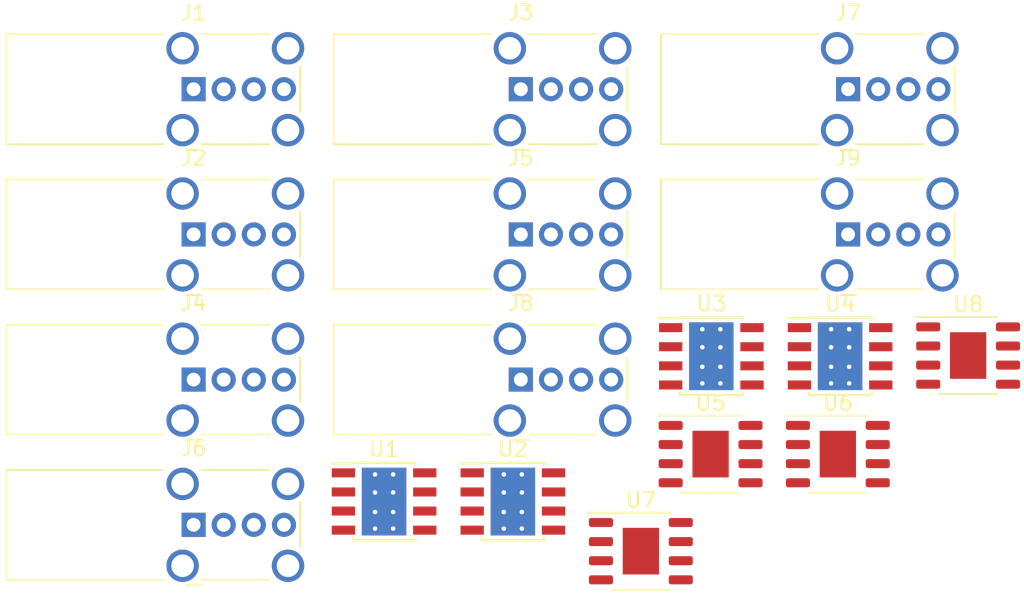
<source format=kicad_pcb>
(kicad_pcb (version 20171130) (host pcbnew "(5.1.9-0-10_14)")

  (general
    (thickness 1.6)
    (drawings 0)
    (tracks 0)
    (zones 0)
    (modules 17)
    (nets 114)
  )

  (page A4)
  (layers
    (0 F.Cu signal)
    (31 B.Cu signal)
    (32 B.Adhes user)
    (33 F.Adhes user)
    (34 B.Paste user)
    (35 F.Paste user)
    (36 B.SilkS user)
    (37 F.SilkS user)
    (38 B.Mask user)
    (39 F.Mask user)
    (40 Dwgs.User user)
    (41 Cmts.User user)
    (42 Eco1.User user)
    (43 Eco2.User user)
    (44 Edge.Cuts user)
    (45 Margin user)
    (46 B.CrtYd user)
    (47 F.CrtYd user)
    (48 B.Fab user)
    (49 F.Fab user)
  )

  (setup
    (last_trace_width 0.25)
    (trace_clearance 0.2)
    (zone_clearance 0.508)
    (zone_45_only no)
    (trace_min 0.2)
    (via_size 0.8)
    (via_drill 0.4)
    (via_min_size 0.4)
    (via_min_drill 0.3)
    (uvia_size 0.3)
    (uvia_drill 0.1)
    (uvias_allowed no)
    (uvia_min_size 0.2)
    (uvia_min_drill 0.1)
    (edge_width 0.05)
    (segment_width 0.2)
    (pcb_text_width 0.3)
    (pcb_text_size 1.5 1.5)
    (mod_edge_width 0.12)
    (mod_text_size 1 1)
    (mod_text_width 0.15)
    (pad_size 1.524 1.524)
    (pad_drill 0.762)
    (pad_to_mask_clearance 0)
    (aux_axis_origin 0 0)
    (visible_elements FFFFFF7F)
    (pcbplotparams
      (layerselection 0x010fc_ffffffff)
      (usegerberextensions false)
      (usegerberattributes true)
      (usegerberadvancedattributes true)
      (creategerberjobfile true)
      (excludeedgelayer true)
      (linewidth 0.100000)
      (plotframeref false)
      (viasonmask false)
      (mode 1)
      (useauxorigin false)
      (hpglpennumber 1)
      (hpglpenspeed 20)
      (hpglpendiameter 15.000000)
      (psnegative false)
      (psa4output false)
      (plotreference true)
      (plotvalue true)
      (plotinvisibletext false)
      (padsonsilk false)
      (subtractmaskfromsilk false)
      (outputformat 1)
      (mirror false)
      (drillshape 1)
      (scaleselection 1)
      (outputdirectory ""))
  )

  (net 0 "")
  (net 1 "Net-(J1-Pad5)")
  (net 2 "Net-(J1-Pad1)")
  (net 3 "Net-(J1-Pad2)")
  (net 4 "Net-(J1-Pad3)")
  (net 5 "Net-(J1-Pad4)")
  (net 6 "Net-(J2-Pad5)")
  (net 7 "Net-(J2-Pad1)")
  (net 8 "Net-(J2-Pad2)")
  (net 9 "Net-(J2-Pad3)")
  (net 10 "Net-(J2-Pad4)")
  (net 11 "Net-(J3-Pad5)")
  (net 12 "Net-(J3-Pad1)")
  (net 13 "Net-(J3-Pad2)")
  (net 14 "Net-(J3-Pad3)")
  (net 15 "Net-(J3-Pad4)")
  (net 16 "Net-(J4-Pad5)")
  (net 17 "Net-(J4-Pad1)")
  (net 18 "Net-(J4-Pad2)")
  (net 19 "Net-(J4-Pad3)")
  (net 20 "Net-(J4-Pad4)")
  (net 21 "Net-(J5-Pad5)")
  (net 22 "Net-(J5-Pad1)")
  (net 23 "Net-(J5-Pad2)")
  (net 24 "Net-(J5-Pad3)")
  (net 25 "Net-(J5-Pad4)")
  (net 26 "Net-(J6-Pad5)")
  (net 27 "Net-(J6-Pad1)")
  (net 28 "Net-(J6-Pad2)")
  (net 29 "Net-(J6-Pad3)")
  (net 30 "Net-(J6-Pad4)")
  (net 31 "Net-(J7-Pad5)")
  (net 32 "Net-(J7-Pad1)")
  (net 33 "Net-(J7-Pad2)")
  (net 34 "Net-(J7-Pad3)")
  (net 35 "Net-(J7-Pad4)")
  (net 36 "Net-(J8-Pad5)")
  (net 37 "Net-(J8-Pad1)")
  (net 38 "Net-(J8-Pad2)")
  (net 39 "Net-(J8-Pad3)")
  (net 40 "Net-(J8-Pad4)")
  (net 41 "Net-(J9-Pad5)")
  (net 42 "Net-(J9-Pad1)")
  (net 43 "Net-(J9-Pad2)")
  (net 44 "Net-(J9-Pad3)")
  (net 45 "Net-(J9-Pad4)")
  (net 46 "Net-(U1-Pad9)")
  (net 47 "Net-(U1-Pad8)")
  (net 48 "Net-(U1-Pad7)")
  (net 49 "Net-(U1-Pad6)")
  (net 50 "Net-(U1-Pad5)")
  (net 51 "Net-(U1-Pad4)")
  (net 52 "Net-(U1-Pad3)")
  (net 53 "Net-(U1-Pad2)")
  (net 54 "Net-(U1-Pad1)")
  (net 55 "Net-(U2-Pad9)")
  (net 56 "Net-(U2-Pad8)")
  (net 57 "Net-(U2-Pad7)")
  (net 58 "Net-(U2-Pad6)")
  (net 59 "Net-(U2-Pad5)")
  (net 60 "Net-(U2-Pad4)")
  (net 61 "Net-(U2-Pad3)")
  (net 62 "Net-(U2-Pad2)")
  (net 63 "Net-(U2-Pad1)")
  (net 64 "Net-(U3-Pad9)")
  (net 65 "Net-(U3-Pad8)")
  (net 66 "Net-(U3-Pad7)")
  (net 67 "Net-(U3-Pad6)")
  (net 68 "Net-(U3-Pad5)")
  (net 69 "Net-(U3-Pad4)")
  (net 70 "Net-(U3-Pad3)")
  (net 71 "Net-(U3-Pad2)")
  (net 72 "Net-(U3-Pad1)")
  (net 73 "Net-(U4-Pad9)")
  (net 74 "Net-(U4-Pad8)")
  (net 75 "Net-(U4-Pad7)")
  (net 76 "Net-(U4-Pad6)")
  (net 77 "Net-(U4-Pad5)")
  (net 78 "Net-(U4-Pad4)")
  (net 79 "Net-(U4-Pad3)")
  (net 80 "Net-(U4-Pad2)")
  (net 81 "Net-(U4-Pad1)")
  (net 82 "Net-(U5-Pad8)")
  (net 83 "Net-(U5-Pad7)")
  (net 84 "Net-(U5-Pad6)")
  (net 85 "Net-(U5-Pad5)")
  (net 86 "Net-(U5-Pad4)")
  (net 87 "Net-(U5-Pad3)")
  (net 88 "Net-(U5-Pad2)")
  (net 89 "Net-(U5-Pad1)")
  (net 90 "Net-(U6-Pad8)")
  (net 91 "Net-(U6-Pad7)")
  (net 92 "Net-(U6-Pad6)")
  (net 93 "Net-(U6-Pad5)")
  (net 94 "Net-(U6-Pad4)")
  (net 95 "Net-(U6-Pad3)")
  (net 96 "Net-(U6-Pad2)")
  (net 97 "Net-(U6-Pad1)")
  (net 98 "Net-(U7-Pad8)")
  (net 99 "Net-(U7-Pad7)")
  (net 100 "Net-(U7-Pad6)")
  (net 101 "Net-(U7-Pad5)")
  (net 102 "Net-(U7-Pad4)")
  (net 103 "Net-(U7-Pad3)")
  (net 104 "Net-(U7-Pad2)")
  (net 105 "Net-(U7-Pad1)")
  (net 106 "Net-(U8-Pad8)")
  (net 107 "Net-(U8-Pad7)")
  (net 108 "Net-(U8-Pad6)")
  (net 109 "Net-(U8-Pad5)")
  (net 110 "Net-(U8-Pad4)")
  (net 111 "Net-(U8-Pad3)")
  (net 112 "Net-(U8-Pad2)")
  (net 113 "Net-(U8-Pad1)")

  (net_class Default "This is the default net class."
    (clearance 0.2)
    (trace_width 0.25)
    (via_dia 0.8)
    (via_drill 0.4)
    (uvia_dia 0.3)
    (uvia_drill 0.1)
    (add_net "Net-(J1-Pad1)")
    (add_net "Net-(J1-Pad2)")
    (add_net "Net-(J1-Pad3)")
    (add_net "Net-(J1-Pad4)")
    (add_net "Net-(J1-Pad5)")
    (add_net "Net-(J2-Pad1)")
    (add_net "Net-(J2-Pad2)")
    (add_net "Net-(J2-Pad3)")
    (add_net "Net-(J2-Pad4)")
    (add_net "Net-(J2-Pad5)")
    (add_net "Net-(J3-Pad1)")
    (add_net "Net-(J3-Pad2)")
    (add_net "Net-(J3-Pad3)")
    (add_net "Net-(J3-Pad4)")
    (add_net "Net-(J3-Pad5)")
    (add_net "Net-(J4-Pad1)")
    (add_net "Net-(J4-Pad2)")
    (add_net "Net-(J4-Pad3)")
    (add_net "Net-(J4-Pad4)")
    (add_net "Net-(J4-Pad5)")
    (add_net "Net-(J5-Pad1)")
    (add_net "Net-(J5-Pad2)")
    (add_net "Net-(J5-Pad3)")
    (add_net "Net-(J5-Pad4)")
    (add_net "Net-(J5-Pad5)")
    (add_net "Net-(J6-Pad1)")
    (add_net "Net-(J6-Pad2)")
    (add_net "Net-(J6-Pad3)")
    (add_net "Net-(J6-Pad4)")
    (add_net "Net-(J6-Pad5)")
    (add_net "Net-(J7-Pad1)")
    (add_net "Net-(J7-Pad2)")
    (add_net "Net-(J7-Pad3)")
    (add_net "Net-(J7-Pad4)")
    (add_net "Net-(J7-Pad5)")
    (add_net "Net-(J8-Pad1)")
    (add_net "Net-(J8-Pad2)")
    (add_net "Net-(J8-Pad3)")
    (add_net "Net-(J8-Pad4)")
    (add_net "Net-(J8-Pad5)")
    (add_net "Net-(J9-Pad1)")
    (add_net "Net-(J9-Pad2)")
    (add_net "Net-(J9-Pad3)")
    (add_net "Net-(J9-Pad4)")
    (add_net "Net-(J9-Pad5)")
    (add_net "Net-(U1-Pad1)")
    (add_net "Net-(U1-Pad2)")
    (add_net "Net-(U1-Pad3)")
    (add_net "Net-(U1-Pad4)")
    (add_net "Net-(U1-Pad5)")
    (add_net "Net-(U1-Pad6)")
    (add_net "Net-(U1-Pad7)")
    (add_net "Net-(U1-Pad8)")
    (add_net "Net-(U1-Pad9)")
    (add_net "Net-(U2-Pad1)")
    (add_net "Net-(U2-Pad2)")
    (add_net "Net-(U2-Pad3)")
    (add_net "Net-(U2-Pad4)")
    (add_net "Net-(U2-Pad5)")
    (add_net "Net-(U2-Pad6)")
    (add_net "Net-(U2-Pad7)")
    (add_net "Net-(U2-Pad8)")
    (add_net "Net-(U2-Pad9)")
    (add_net "Net-(U3-Pad1)")
    (add_net "Net-(U3-Pad2)")
    (add_net "Net-(U3-Pad3)")
    (add_net "Net-(U3-Pad4)")
    (add_net "Net-(U3-Pad5)")
    (add_net "Net-(U3-Pad6)")
    (add_net "Net-(U3-Pad7)")
    (add_net "Net-(U3-Pad8)")
    (add_net "Net-(U3-Pad9)")
    (add_net "Net-(U4-Pad1)")
    (add_net "Net-(U4-Pad2)")
    (add_net "Net-(U4-Pad3)")
    (add_net "Net-(U4-Pad4)")
    (add_net "Net-(U4-Pad5)")
    (add_net "Net-(U4-Pad6)")
    (add_net "Net-(U4-Pad7)")
    (add_net "Net-(U4-Pad8)")
    (add_net "Net-(U4-Pad9)")
    (add_net "Net-(U5-Pad1)")
    (add_net "Net-(U5-Pad2)")
    (add_net "Net-(U5-Pad3)")
    (add_net "Net-(U5-Pad4)")
    (add_net "Net-(U5-Pad5)")
    (add_net "Net-(U5-Pad6)")
    (add_net "Net-(U5-Pad7)")
    (add_net "Net-(U5-Pad8)")
    (add_net "Net-(U6-Pad1)")
    (add_net "Net-(U6-Pad2)")
    (add_net "Net-(U6-Pad3)")
    (add_net "Net-(U6-Pad4)")
    (add_net "Net-(U6-Pad5)")
    (add_net "Net-(U6-Pad6)")
    (add_net "Net-(U6-Pad7)")
    (add_net "Net-(U6-Pad8)")
    (add_net "Net-(U7-Pad1)")
    (add_net "Net-(U7-Pad2)")
    (add_net "Net-(U7-Pad3)")
    (add_net "Net-(U7-Pad4)")
    (add_net "Net-(U7-Pad5)")
    (add_net "Net-(U7-Pad6)")
    (add_net "Net-(U7-Pad7)")
    (add_net "Net-(U7-Pad8)")
    (add_net "Net-(U8-Pad1)")
    (add_net "Net-(U8-Pad2)")
    (add_net "Net-(U8-Pad3)")
    (add_net "Net-(U8-Pad4)")
    (add_net "Net-(U8-Pad5)")
    (add_net "Net-(U8-Pad6)")
    (add_net "Net-(U8-Pad7)")
    (add_net "Net-(U8-Pad8)")
  )

  (module Package_SO:HSOP-8-1EP_3.9x4.9mm_P1.27mm_EP2.41x3.1mm (layer F.Cu) (tedit 5DC5FE74) (tstamp 602AE450)
    (at 248.28 110.41)
    (descr "HSOP, 8 Pin (https://www.st.com/resource/en/datasheet/l5973d.pdf), generated with kicad-footprint-generator ipc_gullwing_generator.py")
    (tags "HSOP SO")
    (path /602BA387)
    (attr smd)
    (fp_text reference U8 (at 0 -3.4) (layer F.SilkS)
      (effects (font (size 1 1) (thickness 0.15)))
    )
    (fp_text value TPS2421 (at 0 3.4) (layer F.Fab)
      (effects (font (size 1 1) (thickness 0.15)))
    )
    (fp_text user %R (at 0 0) (layer F.Fab)
      (effects (font (size 0.98 0.98) (thickness 0.15)))
    )
    (fp_line (start 0 2.56) (end 1.95 2.56) (layer F.SilkS) (width 0.12))
    (fp_line (start 0 2.56) (end -1.95 2.56) (layer F.SilkS) (width 0.12))
    (fp_line (start 0 -2.56) (end 1.95 -2.56) (layer F.SilkS) (width 0.12))
    (fp_line (start 0 -2.56) (end -3.45 -2.56) (layer F.SilkS) (width 0.12))
    (fp_line (start -0.975 -2.45) (end 1.95 -2.45) (layer F.Fab) (width 0.1))
    (fp_line (start 1.95 -2.45) (end 1.95 2.45) (layer F.Fab) (width 0.1))
    (fp_line (start 1.95 2.45) (end -1.95 2.45) (layer F.Fab) (width 0.1))
    (fp_line (start -1.95 2.45) (end -1.95 -1.475) (layer F.Fab) (width 0.1))
    (fp_line (start -1.95 -1.475) (end -0.975 -2.45) (layer F.Fab) (width 0.1))
    (fp_line (start -3.7 -2.7) (end -3.7 2.7) (layer F.CrtYd) (width 0.05))
    (fp_line (start -3.7 2.7) (end 3.7 2.7) (layer F.CrtYd) (width 0.05))
    (fp_line (start 3.7 2.7) (end 3.7 -2.7) (layer F.CrtYd) (width 0.05))
    (fp_line (start 3.7 -2.7) (end -3.7 -2.7) (layer F.CrtYd) (width 0.05))
    (pad "" smd roundrect (at 0.6 0.775) (size 0.97 1.25) (layers F.Paste) (roundrect_rratio 0.25))
    (pad "" smd roundrect (at 0.6 -0.775) (size 0.97 1.25) (layers F.Paste) (roundrect_rratio 0.25))
    (pad "" smd roundrect (at -0.6 0.775) (size 0.97 1.25) (layers F.Paste) (roundrect_rratio 0.25))
    (pad "" smd roundrect (at -0.6 -0.775) (size 0.97 1.25) (layers F.Paste) (roundrect_rratio 0.25))
    (pad 9 smd rect (at 0 0) (size 2.41 3.1) (layers F.Cu F.Mask))
    (pad 8 smd roundrect (at 2.65 -1.905) (size 1.6 0.6) (layers F.Cu F.Paste F.Mask) (roundrect_rratio 0.25)
      (net 106 "Net-(U8-Pad8)"))
    (pad 7 smd roundrect (at 2.65 -0.635) (size 1.6 0.6) (layers F.Cu F.Paste F.Mask) (roundrect_rratio 0.25)
      (net 107 "Net-(U8-Pad7)"))
    (pad 6 smd roundrect (at 2.65 0.635) (size 1.6 0.6) (layers F.Cu F.Paste F.Mask) (roundrect_rratio 0.25)
      (net 108 "Net-(U8-Pad6)"))
    (pad 5 smd roundrect (at 2.65 1.905) (size 1.6 0.6) (layers F.Cu F.Paste F.Mask) (roundrect_rratio 0.25)
      (net 109 "Net-(U8-Pad5)"))
    (pad 4 smd roundrect (at -2.65 1.905) (size 1.6 0.6) (layers F.Cu F.Paste F.Mask) (roundrect_rratio 0.25)
      (net 110 "Net-(U8-Pad4)"))
    (pad 3 smd roundrect (at -2.65 0.635) (size 1.6 0.6) (layers F.Cu F.Paste F.Mask) (roundrect_rratio 0.25)
      (net 111 "Net-(U8-Pad3)"))
    (pad 2 smd roundrect (at -2.65 -0.635) (size 1.6 0.6) (layers F.Cu F.Paste F.Mask) (roundrect_rratio 0.25)
      (net 112 "Net-(U8-Pad2)"))
    (pad 1 smd roundrect (at -2.65 -1.905) (size 1.6 0.6) (layers F.Cu F.Paste F.Mask) (roundrect_rratio 0.25)
      (net 113 "Net-(U8-Pad1)"))
    (model ${KISYS3DMOD}/Package_SO.3dshapes/HSOP-8-1EP_3.9x4.9mm_P1.27mm_EP2.41x3.1mm.wrl
      (at (xyz 0 0 0))
      (scale (xyz 1 1 1))
      (rotate (xyz 0 0 0))
    )
  )

  (module Package_SO:HSOP-8-1EP_3.9x4.9mm_P1.27mm_EP2.41x3.1mm (layer F.Cu) (tedit 5DC5FE74) (tstamp 602AE431)
    (at 226.55 123.41)
    (descr "HSOP, 8 Pin (https://www.st.com/resource/en/datasheet/l5973d.pdf), generated with kicad-footprint-generator ipc_gullwing_generator.py")
    (tags "HSOP SO")
    (path /602B963A)
    (attr smd)
    (fp_text reference U7 (at 0 -3.4) (layer F.SilkS)
      (effects (font (size 1 1) (thickness 0.15)))
    )
    (fp_text value TPS2421 (at 0 3.4) (layer F.Fab)
      (effects (font (size 1 1) (thickness 0.15)))
    )
    (fp_text user %R (at 0 0) (layer F.Fab)
      (effects (font (size 0.98 0.98) (thickness 0.15)))
    )
    (fp_line (start 0 2.56) (end 1.95 2.56) (layer F.SilkS) (width 0.12))
    (fp_line (start 0 2.56) (end -1.95 2.56) (layer F.SilkS) (width 0.12))
    (fp_line (start 0 -2.56) (end 1.95 -2.56) (layer F.SilkS) (width 0.12))
    (fp_line (start 0 -2.56) (end -3.45 -2.56) (layer F.SilkS) (width 0.12))
    (fp_line (start -0.975 -2.45) (end 1.95 -2.45) (layer F.Fab) (width 0.1))
    (fp_line (start 1.95 -2.45) (end 1.95 2.45) (layer F.Fab) (width 0.1))
    (fp_line (start 1.95 2.45) (end -1.95 2.45) (layer F.Fab) (width 0.1))
    (fp_line (start -1.95 2.45) (end -1.95 -1.475) (layer F.Fab) (width 0.1))
    (fp_line (start -1.95 -1.475) (end -0.975 -2.45) (layer F.Fab) (width 0.1))
    (fp_line (start -3.7 -2.7) (end -3.7 2.7) (layer F.CrtYd) (width 0.05))
    (fp_line (start -3.7 2.7) (end 3.7 2.7) (layer F.CrtYd) (width 0.05))
    (fp_line (start 3.7 2.7) (end 3.7 -2.7) (layer F.CrtYd) (width 0.05))
    (fp_line (start 3.7 -2.7) (end -3.7 -2.7) (layer F.CrtYd) (width 0.05))
    (pad "" smd roundrect (at 0.6 0.775) (size 0.97 1.25) (layers F.Paste) (roundrect_rratio 0.25))
    (pad "" smd roundrect (at 0.6 -0.775) (size 0.97 1.25) (layers F.Paste) (roundrect_rratio 0.25))
    (pad "" smd roundrect (at -0.6 0.775) (size 0.97 1.25) (layers F.Paste) (roundrect_rratio 0.25))
    (pad "" smd roundrect (at -0.6 -0.775) (size 0.97 1.25) (layers F.Paste) (roundrect_rratio 0.25))
    (pad 9 smd rect (at 0 0) (size 2.41 3.1) (layers F.Cu F.Mask))
    (pad 8 smd roundrect (at 2.65 -1.905) (size 1.6 0.6) (layers F.Cu F.Paste F.Mask) (roundrect_rratio 0.25)
      (net 98 "Net-(U7-Pad8)"))
    (pad 7 smd roundrect (at 2.65 -0.635) (size 1.6 0.6) (layers F.Cu F.Paste F.Mask) (roundrect_rratio 0.25)
      (net 99 "Net-(U7-Pad7)"))
    (pad 6 smd roundrect (at 2.65 0.635) (size 1.6 0.6) (layers F.Cu F.Paste F.Mask) (roundrect_rratio 0.25)
      (net 100 "Net-(U7-Pad6)"))
    (pad 5 smd roundrect (at 2.65 1.905) (size 1.6 0.6) (layers F.Cu F.Paste F.Mask) (roundrect_rratio 0.25)
      (net 101 "Net-(U7-Pad5)"))
    (pad 4 smd roundrect (at -2.65 1.905) (size 1.6 0.6) (layers F.Cu F.Paste F.Mask) (roundrect_rratio 0.25)
      (net 102 "Net-(U7-Pad4)"))
    (pad 3 smd roundrect (at -2.65 0.635) (size 1.6 0.6) (layers F.Cu F.Paste F.Mask) (roundrect_rratio 0.25)
      (net 103 "Net-(U7-Pad3)"))
    (pad 2 smd roundrect (at -2.65 -0.635) (size 1.6 0.6) (layers F.Cu F.Paste F.Mask) (roundrect_rratio 0.25)
      (net 104 "Net-(U7-Pad2)"))
    (pad 1 smd roundrect (at -2.65 -1.905) (size 1.6 0.6) (layers F.Cu F.Paste F.Mask) (roundrect_rratio 0.25)
      (net 105 "Net-(U7-Pad1)"))
    (model ${KISYS3DMOD}/Package_SO.3dshapes/HSOP-8-1EP_3.9x4.9mm_P1.27mm_EP2.41x3.1mm.wrl
      (at (xyz 0 0 0))
      (scale (xyz 1 1 1))
      (rotate (xyz 0 0 0))
    )
  )

  (module Package_SO:HSOP-8-1EP_3.9x4.9mm_P1.27mm_EP2.41x3.1mm (layer F.Cu) (tedit 5DC5FE74) (tstamp 602AE412)
    (at 239.63 116.96)
    (descr "HSOP, 8 Pin (https://www.st.com/resource/en/datasheet/l5973d.pdf), generated with kicad-footprint-generator ipc_gullwing_generator.py")
    (tags "HSOP SO")
    (path /602B8C38)
    (attr smd)
    (fp_text reference U6 (at 0 -3.4) (layer F.SilkS)
      (effects (font (size 1 1) (thickness 0.15)))
    )
    (fp_text value TPS2421 (at 0 3.4) (layer F.Fab)
      (effects (font (size 1 1) (thickness 0.15)))
    )
    (fp_text user %R (at 0 0) (layer F.Fab)
      (effects (font (size 0.98 0.98) (thickness 0.15)))
    )
    (fp_line (start 0 2.56) (end 1.95 2.56) (layer F.SilkS) (width 0.12))
    (fp_line (start 0 2.56) (end -1.95 2.56) (layer F.SilkS) (width 0.12))
    (fp_line (start 0 -2.56) (end 1.95 -2.56) (layer F.SilkS) (width 0.12))
    (fp_line (start 0 -2.56) (end -3.45 -2.56) (layer F.SilkS) (width 0.12))
    (fp_line (start -0.975 -2.45) (end 1.95 -2.45) (layer F.Fab) (width 0.1))
    (fp_line (start 1.95 -2.45) (end 1.95 2.45) (layer F.Fab) (width 0.1))
    (fp_line (start 1.95 2.45) (end -1.95 2.45) (layer F.Fab) (width 0.1))
    (fp_line (start -1.95 2.45) (end -1.95 -1.475) (layer F.Fab) (width 0.1))
    (fp_line (start -1.95 -1.475) (end -0.975 -2.45) (layer F.Fab) (width 0.1))
    (fp_line (start -3.7 -2.7) (end -3.7 2.7) (layer F.CrtYd) (width 0.05))
    (fp_line (start -3.7 2.7) (end 3.7 2.7) (layer F.CrtYd) (width 0.05))
    (fp_line (start 3.7 2.7) (end 3.7 -2.7) (layer F.CrtYd) (width 0.05))
    (fp_line (start 3.7 -2.7) (end -3.7 -2.7) (layer F.CrtYd) (width 0.05))
    (pad "" smd roundrect (at 0.6 0.775) (size 0.97 1.25) (layers F.Paste) (roundrect_rratio 0.25))
    (pad "" smd roundrect (at 0.6 -0.775) (size 0.97 1.25) (layers F.Paste) (roundrect_rratio 0.25))
    (pad "" smd roundrect (at -0.6 0.775) (size 0.97 1.25) (layers F.Paste) (roundrect_rratio 0.25))
    (pad "" smd roundrect (at -0.6 -0.775) (size 0.97 1.25) (layers F.Paste) (roundrect_rratio 0.25))
    (pad 9 smd rect (at 0 0) (size 2.41 3.1) (layers F.Cu F.Mask))
    (pad 8 smd roundrect (at 2.65 -1.905) (size 1.6 0.6) (layers F.Cu F.Paste F.Mask) (roundrect_rratio 0.25)
      (net 90 "Net-(U6-Pad8)"))
    (pad 7 smd roundrect (at 2.65 -0.635) (size 1.6 0.6) (layers F.Cu F.Paste F.Mask) (roundrect_rratio 0.25)
      (net 91 "Net-(U6-Pad7)"))
    (pad 6 smd roundrect (at 2.65 0.635) (size 1.6 0.6) (layers F.Cu F.Paste F.Mask) (roundrect_rratio 0.25)
      (net 92 "Net-(U6-Pad6)"))
    (pad 5 smd roundrect (at 2.65 1.905) (size 1.6 0.6) (layers F.Cu F.Paste F.Mask) (roundrect_rratio 0.25)
      (net 93 "Net-(U6-Pad5)"))
    (pad 4 smd roundrect (at -2.65 1.905) (size 1.6 0.6) (layers F.Cu F.Paste F.Mask) (roundrect_rratio 0.25)
      (net 94 "Net-(U6-Pad4)"))
    (pad 3 smd roundrect (at -2.65 0.635) (size 1.6 0.6) (layers F.Cu F.Paste F.Mask) (roundrect_rratio 0.25)
      (net 95 "Net-(U6-Pad3)"))
    (pad 2 smd roundrect (at -2.65 -0.635) (size 1.6 0.6) (layers F.Cu F.Paste F.Mask) (roundrect_rratio 0.25)
      (net 96 "Net-(U6-Pad2)"))
    (pad 1 smd roundrect (at -2.65 -1.905) (size 1.6 0.6) (layers F.Cu F.Paste F.Mask) (roundrect_rratio 0.25)
      (net 97 "Net-(U6-Pad1)"))
    (model ${KISYS3DMOD}/Package_SO.3dshapes/HSOP-8-1EP_3.9x4.9mm_P1.27mm_EP2.41x3.1mm.wrl
      (at (xyz 0 0 0))
      (scale (xyz 1 1 1))
      (rotate (xyz 0 0 0))
    )
  )

  (module Package_SO:HSOP-8-1EP_3.9x4.9mm_P1.27mm_EP2.41x3.1mm (layer F.Cu) (tedit 5DC5FE74) (tstamp 602AE3F3)
    (at 231.18 116.96)
    (descr "HSOP, 8 Pin (https://www.st.com/resource/en/datasheet/l5973d.pdf), generated with kicad-footprint-generator ipc_gullwing_generator.py")
    (tags "HSOP SO")
    (path /602B07DE)
    (attr smd)
    (fp_text reference U5 (at 0 -3.4) (layer F.SilkS)
      (effects (font (size 1 1) (thickness 0.15)))
    )
    (fp_text value TPS2421 (at 0 3.4) (layer F.Fab)
      (effects (font (size 1 1) (thickness 0.15)))
    )
    (fp_text user %R (at 0 0) (layer F.Fab)
      (effects (font (size 0.98 0.98) (thickness 0.15)))
    )
    (fp_line (start 0 2.56) (end 1.95 2.56) (layer F.SilkS) (width 0.12))
    (fp_line (start 0 2.56) (end -1.95 2.56) (layer F.SilkS) (width 0.12))
    (fp_line (start 0 -2.56) (end 1.95 -2.56) (layer F.SilkS) (width 0.12))
    (fp_line (start 0 -2.56) (end -3.45 -2.56) (layer F.SilkS) (width 0.12))
    (fp_line (start -0.975 -2.45) (end 1.95 -2.45) (layer F.Fab) (width 0.1))
    (fp_line (start 1.95 -2.45) (end 1.95 2.45) (layer F.Fab) (width 0.1))
    (fp_line (start 1.95 2.45) (end -1.95 2.45) (layer F.Fab) (width 0.1))
    (fp_line (start -1.95 2.45) (end -1.95 -1.475) (layer F.Fab) (width 0.1))
    (fp_line (start -1.95 -1.475) (end -0.975 -2.45) (layer F.Fab) (width 0.1))
    (fp_line (start -3.7 -2.7) (end -3.7 2.7) (layer F.CrtYd) (width 0.05))
    (fp_line (start -3.7 2.7) (end 3.7 2.7) (layer F.CrtYd) (width 0.05))
    (fp_line (start 3.7 2.7) (end 3.7 -2.7) (layer F.CrtYd) (width 0.05))
    (fp_line (start 3.7 -2.7) (end -3.7 -2.7) (layer F.CrtYd) (width 0.05))
    (pad "" smd roundrect (at 0.6 0.775) (size 0.97 1.25) (layers F.Paste) (roundrect_rratio 0.25))
    (pad "" smd roundrect (at 0.6 -0.775) (size 0.97 1.25) (layers F.Paste) (roundrect_rratio 0.25))
    (pad "" smd roundrect (at -0.6 0.775) (size 0.97 1.25) (layers F.Paste) (roundrect_rratio 0.25))
    (pad "" smd roundrect (at -0.6 -0.775) (size 0.97 1.25) (layers F.Paste) (roundrect_rratio 0.25))
    (pad 9 smd rect (at 0 0) (size 2.41 3.1) (layers F.Cu F.Mask))
    (pad 8 smd roundrect (at 2.65 -1.905) (size 1.6 0.6) (layers F.Cu F.Paste F.Mask) (roundrect_rratio 0.25)
      (net 82 "Net-(U5-Pad8)"))
    (pad 7 smd roundrect (at 2.65 -0.635) (size 1.6 0.6) (layers F.Cu F.Paste F.Mask) (roundrect_rratio 0.25)
      (net 83 "Net-(U5-Pad7)"))
    (pad 6 smd roundrect (at 2.65 0.635) (size 1.6 0.6) (layers F.Cu F.Paste F.Mask) (roundrect_rratio 0.25)
      (net 84 "Net-(U5-Pad6)"))
    (pad 5 smd roundrect (at 2.65 1.905) (size 1.6 0.6) (layers F.Cu F.Paste F.Mask) (roundrect_rratio 0.25)
      (net 85 "Net-(U5-Pad5)"))
    (pad 4 smd roundrect (at -2.65 1.905) (size 1.6 0.6) (layers F.Cu F.Paste F.Mask) (roundrect_rratio 0.25)
      (net 86 "Net-(U5-Pad4)"))
    (pad 3 smd roundrect (at -2.65 0.635) (size 1.6 0.6) (layers F.Cu F.Paste F.Mask) (roundrect_rratio 0.25)
      (net 87 "Net-(U5-Pad3)"))
    (pad 2 smd roundrect (at -2.65 -0.635) (size 1.6 0.6) (layers F.Cu F.Paste F.Mask) (roundrect_rratio 0.25)
      (net 88 "Net-(U5-Pad2)"))
    (pad 1 smd roundrect (at -2.65 -1.905) (size 1.6 0.6) (layers F.Cu F.Paste F.Mask) (roundrect_rratio 0.25)
      (net 89 "Net-(U5-Pad1)"))
    (model ${KISYS3DMOD}/Package_SO.3dshapes/HSOP-8-1EP_3.9x4.9mm_P1.27mm_EP2.41x3.1mm.wrl
      (at (xyz 0 0 0))
      (scale (xyz 1 1 1))
      (rotate (xyz 0 0 0))
    )
  )

  (module Package_SO:TI_SO-PowerPAD-8_ThermalVias (layer F.Cu) (tedit 5A02F2D3) (tstamp 602AE3D4)
    (at 239.78 110.46)
    (descr "8-pin HTSOP package with 1.27mm pin pitch, compatible with SOIC-8, 3.9x4.9mm² body, exposed pad, thermal vias with large copper area, as proposed in http://www.ti.com/lit/ds/symlink/tps5430.pdf")
    (tags "HTSOP 1.27")
    (path /602942E3)
    (attr smd)
    (fp_text reference U4 (at 0 -3.5) (layer F.SilkS)
      (effects (font (size 1 1) (thickness 0.15)))
    )
    (fp_text value TPS5430DDA (at 0 3.5) (layer F.Fab)
      (effects (font (size 1 1) (thickness 0.15)))
    )
    (fp_text user %R (at 0 0) (layer F.Fab)
      (effects (font (size 0.9 0.9) (thickness 0.135)))
    )
    (fp_line (start -0.95 -2.45) (end 1.95 -2.45) (layer F.Fab) (width 0.15))
    (fp_line (start 1.95 -2.45) (end 1.95 2.45) (layer F.Fab) (width 0.15))
    (fp_line (start 1.95 2.45) (end -1.95 2.45) (layer F.Fab) (width 0.15))
    (fp_line (start -1.95 2.45) (end -1.95 -1.45) (layer F.Fab) (width 0.15))
    (fp_line (start -1.95 -1.45) (end -0.95 -2.45) (layer F.Fab) (width 0.15))
    (fp_line (start -3.75 -2.75) (end -3.75 2.75) (layer F.CrtYd) (width 0.05))
    (fp_line (start 3.75 -2.75) (end 3.75 2.75) (layer F.CrtYd) (width 0.05))
    (fp_line (start -3.75 -2.75) (end 3.75 -2.75) (layer F.CrtYd) (width 0.05))
    (fp_line (start -3.75 2.75) (end 3.75 2.75) (layer F.CrtYd) (width 0.05))
    (fp_line (start -2.075 -2.575) (end -2.075 -2.525) (layer F.SilkS) (width 0.15))
    (fp_line (start 2.075 -2.575) (end 2.075 -2.43) (layer F.SilkS) (width 0.15))
    (fp_line (start 2.075 2.575) (end 2.075 2.43) (layer F.SilkS) (width 0.15))
    (fp_line (start -2.075 2.575) (end -2.075 2.43) (layer F.SilkS) (width 0.15))
    (fp_line (start -2.075 -2.575) (end 2.075 -2.575) (layer F.SilkS) (width 0.15))
    (fp_line (start -2.075 2.575) (end 2.075 2.575) (layer F.SilkS) (width 0.15))
    (fp_line (start -2.075 -2.525) (end -3.475 -2.525) (layer F.SilkS) (width 0.15))
    (pad 9 thru_hole circle (at 0.6 1.8) (size 0.6 0.6) (drill 0.3) (layers *.Cu)
      (net 73 "Net-(U4-Pad9)"))
    (pad 9 thru_hole circle (at 0.6 0.7) (size 0.6 0.6) (drill 0.3) (layers *.Cu)
      (net 73 "Net-(U4-Pad9)"))
    (pad 9 thru_hole circle (at -0.6 0.7) (size 0.6 0.6) (drill 0.3) (layers *.Cu)
      (net 73 "Net-(U4-Pad9)"))
    (pad 9 thru_hole circle (at -0.6 1.8) (size 0.6 0.6) (drill 0.3) (layers *.Cu)
      (net 73 "Net-(U4-Pad9)"))
    (pad 9 thru_hole circle (at 0.6 -1.8) (size 0.6 0.6) (drill 0.3) (layers *.Cu)
      (net 73 "Net-(U4-Pad9)"))
    (pad 9 thru_hole circle (at 0.6 -0.6) (size 0.6 0.6) (drill 0.3) (layers *.Cu)
      (net 73 "Net-(U4-Pad9)"))
    (pad 9 thru_hole circle (at -0.6 -0.6) (size 0.6 0.6) (drill 0.3) (layers *.Cu)
      (net 73 "Net-(U4-Pad9)"))
    (pad 9 thru_hole circle (at -0.6 -1.8) (size 0.6 0.6) (drill 0.3) (layers *.Cu)
      (net 73 "Net-(U4-Pad9)"))
    (pad 9 smd rect (at 0 0) (size 2.95 4.5) (layers B.Cu)
      (net 73 "Net-(U4-Pad9)"))
    (pad 8 smd rect (at 2.7 -1.905) (size 1.55 0.6) (layers F.Cu F.Paste F.Mask)
      (net 74 "Net-(U4-Pad8)"))
    (pad 7 smd rect (at 2.7 -0.635) (size 1.55 0.6) (layers F.Cu F.Paste F.Mask)
      (net 75 "Net-(U4-Pad7)"))
    (pad 6 smd rect (at 2.7 0.635) (size 1.55 0.6) (layers F.Cu F.Paste F.Mask)
      (net 76 "Net-(U4-Pad6)"))
    (pad 5 smd rect (at 2.7 1.905) (size 1.55 0.6) (layers F.Cu F.Paste F.Mask)
      (net 77 "Net-(U4-Pad5)"))
    (pad 4 smd rect (at -2.7 1.905) (size 1.55 0.6) (layers F.Cu F.Paste F.Mask)
      (net 78 "Net-(U4-Pad4)"))
    (pad 3 smd rect (at -2.7 0.635) (size 1.55 0.6) (layers F.Cu F.Paste F.Mask)
      (net 79 "Net-(U4-Pad3)"))
    (pad 2 smd rect (at -2.7 -0.635) (size 1.55 0.6) (layers F.Cu F.Paste F.Mask)
      (net 80 "Net-(U4-Pad2)"))
    (pad 1 smd rect (at -2.7 -1.905) (size 1.55 0.6) (layers F.Cu F.Paste F.Mask)
      (net 81 "Net-(U4-Pad1)"))
    (pad 9 smd rect (at 0 0) (size 2.95 4.5) (layers F.Cu)
      (net 73 "Net-(U4-Pad9)"))
    (pad 9 smd rect (at 0 0) (size 2.6 3.1) (layers F.Cu F.Paste F.Mask)
      (net 73 "Net-(U4-Pad9)"))
    (model ${KISYS3DMOD}/Package_SO.3dshapes/HTSOP-8-1EP_3.9x4.9mm_Pitch1.27mm.wrl
      (at (xyz 0 0 0))
      (scale (xyz 1 1 1))
      (rotate (xyz 0 0 0))
    )
  )

  (module Package_SO:TI_SO-PowerPAD-8_ThermalVias (layer F.Cu) (tedit 5A02F2D3) (tstamp 602AE3AC)
    (at 231.23 110.46)
    (descr "8-pin HTSOP package with 1.27mm pin pitch, compatible with SOIC-8, 3.9x4.9mm² body, exposed pad, thermal vias with large copper area, as proposed in http://www.ti.com/lit/ds/symlink/tps5430.pdf")
    (tags "HTSOP 1.27")
    (path /602A08A9)
    (attr smd)
    (fp_text reference U3 (at 0 -3.5) (layer F.SilkS)
      (effects (font (size 1 1) (thickness 0.15)))
    )
    (fp_text value TPS5430DDA (at 0 3.5) (layer F.Fab)
      (effects (font (size 1 1) (thickness 0.15)))
    )
    (fp_text user %R (at 0 0) (layer F.Fab)
      (effects (font (size 0.9 0.9) (thickness 0.135)))
    )
    (fp_line (start -0.95 -2.45) (end 1.95 -2.45) (layer F.Fab) (width 0.15))
    (fp_line (start 1.95 -2.45) (end 1.95 2.45) (layer F.Fab) (width 0.15))
    (fp_line (start 1.95 2.45) (end -1.95 2.45) (layer F.Fab) (width 0.15))
    (fp_line (start -1.95 2.45) (end -1.95 -1.45) (layer F.Fab) (width 0.15))
    (fp_line (start -1.95 -1.45) (end -0.95 -2.45) (layer F.Fab) (width 0.15))
    (fp_line (start -3.75 -2.75) (end -3.75 2.75) (layer F.CrtYd) (width 0.05))
    (fp_line (start 3.75 -2.75) (end 3.75 2.75) (layer F.CrtYd) (width 0.05))
    (fp_line (start -3.75 -2.75) (end 3.75 -2.75) (layer F.CrtYd) (width 0.05))
    (fp_line (start -3.75 2.75) (end 3.75 2.75) (layer F.CrtYd) (width 0.05))
    (fp_line (start -2.075 -2.575) (end -2.075 -2.525) (layer F.SilkS) (width 0.15))
    (fp_line (start 2.075 -2.575) (end 2.075 -2.43) (layer F.SilkS) (width 0.15))
    (fp_line (start 2.075 2.575) (end 2.075 2.43) (layer F.SilkS) (width 0.15))
    (fp_line (start -2.075 2.575) (end -2.075 2.43) (layer F.SilkS) (width 0.15))
    (fp_line (start -2.075 -2.575) (end 2.075 -2.575) (layer F.SilkS) (width 0.15))
    (fp_line (start -2.075 2.575) (end 2.075 2.575) (layer F.SilkS) (width 0.15))
    (fp_line (start -2.075 -2.525) (end -3.475 -2.525) (layer F.SilkS) (width 0.15))
    (pad 9 thru_hole circle (at 0.6 1.8) (size 0.6 0.6) (drill 0.3) (layers *.Cu)
      (net 64 "Net-(U3-Pad9)"))
    (pad 9 thru_hole circle (at 0.6 0.7) (size 0.6 0.6) (drill 0.3) (layers *.Cu)
      (net 64 "Net-(U3-Pad9)"))
    (pad 9 thru_hole circle (at -0.6 0.7) (size 0.6 0.6) (drill 0.3) (layers *.Cu)
      (net 64 "Net-(U3-Pad9)"))
    (pad 9 thru_hole circle (at -0.6 1.8) (size 0.6 0.6) (drill 0.3) (layers *.Cu)
      (net 64 "Net-(U3-Pad9)"))
    (pad 9 thru_hole circle (at 0.6 -1.8) (size 0.6 0.6) (drill 0.3) (layers *.Cu)
      (net 64 "Net-(U3-Pad9)"))
    (pad 9 thru_hole circle (at 0.6 -0.6) (size 0.6 0.6) (drill 0.3) (layers *.Cu)
      (net 64 "Net-(U3-Pad9)"))
    (pad 9 thru_hole circle (at -0.6 -0.6) (size 0.6 0.6) (drill 0.3) (layers *.Cu)
      (net 64 "Net-(U3-Pad9)"))
    (pad 9 thru_hole circle (at -0.6 -1.8) (size 0.6 0.6) (drill 0.3) (layers *.Cu)
      (net 64 "Net-(U3-Pad9)"))
    (pad 9 smd rect (at 0 0) (size 2.95 4.5) (layers B.Cu)
      (net 64 "Net-(U3-Pad9)"))
    (pad 8 smd rect (at 2.7 -1.905) (size 1.55 0.6) (layers F.Cu F.Paste F.Mask)
      (net 65 "Net-(U3-Pad8)"))
    (pad 7 smd rect (at 2.7 -0.635) (size 1.55 0.6) (layers F.Cu F.Paste F.Mask)
      (net 66 "Net-(U3-Pad7)"))
    (pad 6 smd rect (at 2.7 0.635) (size 1.55 0.6) (layers F.Cu F.Paste F.Mask)
      (net 67 "Net-(U3-Pad6)"))
    (pad 5 smd rect (at 2.7 1.905) (size 1.55 0.6) (layers F.Cu F.Paste F.Mask)
      (net 68 "Net-(U3-Pad5)"))
    (pad 4 smd rect (at -2.7 1.905) (size 1.55 0.6) (layers F.Cu F.Paste F.Mask)
      (net 69 "Net-(U3-Pad4)"))
    (pad 3 smd rect (at -2.7 0.635) (size 1.55 0.6) (layers F.Cu F.Paste F.Mask)
      (net 70 "Net-(U3-Pad3)"))
    (pad 2 smd rect (at -2.7 -0.635) (size 1.55 0.6) (layers F.Cu F.Paste F.Mask)
      (net 71 "Net-(U3-Pad2)"))
    (pad 1 smd rect (at -2.7 -1.905) (size 1.55 0.6) (layers F.Cu F.Paste F.Mask)
      (net 72 "Net-(U3-Pad1)"))
    (pad 9 smd rect (at 0 0) (size 2.95 4.5) (layers F.Cu)
      (net 64 "Net-(U3-Pad9)"))
    (pad 9 smd rect (at 0 0) (size 2.6 3.1) (layers F.Cu F.Paste F.Mask)
      (net 64 "Net-(U3-Pad9)"))
    (model ${KISYS3DMOD}/Package_SO.3dshapes/HTSOP-8-1EP_3.9x4.9mm_Pitch1.27mm.wrl
      (at (xyz 0 0 0))
      (scale (xyz 1 1 1))
      (rotate (xyz 0 0 0))
    )
  )

  (module Package_SO:TI_SO-PowerPAD-8_ThermalVias (layer F.Cu) (tedit 5A02F2D3) (tstamp 602AE384)
    (at 218.05 120.11)
    (descr "8-pin HTSOP package with 1.27mm pin pitch, compatible with SOIC-8, 3.9x4.9mm² body, exposed pad, thermal vias with large copper area, as proposed in http://www.ti.com/lit/ds/symlink/tps5430.pdf")
    (tags "HTSOP 1.27")
    (path /6029691D)
    (attr smd)
    (fp_text reference U2 (at 0 -3.5) (layer F.SilkS)
      (effects (font (size 1 1) (thickness 0.15)))
    )
    (fp_text value TPS5430DDA (at 0 3.5) (layer F.Fab)
      (effects (font (size 1 1) (thickness 0.15)))
    )
    (fp_text user %R (at 0 0) (layer F.Fab)
      (effects (font (size 0.9 0.9) (thickness 0.135)))
    )
    (fp_line (start -0.95 -2.45) (end 1.95 -2.45) (layer F.Fab) (width 0.15))
    (fp_line (start 1.95 -2.45) (end 1.95 2.45) (layer F.Fab) (width 0.15))
    (fp_line (start 1.95 2.45) (end -1.95 2.45) (layer F.Fab) (width 0.15))
    (fp_line (start -1.95 2.45) (end -1.95 -1.45) (layer F.Fab) (width 0.15))
    (fp_line (start -1.95 -1.45) (end -0.95 -2.45) (layer F.Fab) (width 0.15))
    (fp_line (start -3.75 -2.75) (end -3.75 2.75) (layer F.CrtYd) (width 0.05))
    (fp_line (start 3.75 -2.75) (end 3.75 2.75) (layer F.CrtYd) (width 0.05))
    (fp_line (start -3.75 -2.75) (end 3.75 -2.75) (layer F.CrtYd) (width 0.05))
    (fp_line (start -3.75 2.75) (end 3.75 2.75) (layer F.CrtYd) (width 0.05))
    (fp_line (start -2.075 -2.575) (end -2.075 -2.525) (layer F.SilkS) (width 0.15))
    (fp_line (start 2.075 -2.575) (end 2.075 -2.43) (layer F.SilkS) (width 0.15))
    (fp_line (start 2.075 2.575) (end 2.075 2.43) (layer F.SilkS) (width 0.15))
    (fp_line (start -2.075 2.575) (end -2.075 2.43) (layer F.SilkS) (width 0.15))
    (fp_line (start -2.075 -2.575) (end 2.075 -2.575) (layer F.SilkS) (width 0.15))
    (fp_line (start -2.075 2.575) (end 2.075 2.575) (layer F.SilkS) (width 0.15))
    (fp_line (start -2.075 -2.525) (end -3.475 -2.525) (layer F.SilkS) (width 0.15))
    (pad 9 thru_hole circle (at 0.6 1.8) (size 0.6 0.6) (drill 0.3) (layers *.Cu)
      (net 55 "Net-(U2-Pad9)"))
    (pad 9 thru_hole circle (at 0.6 0.7) (size 0.6 0.6) (drill 0.3) (layers *.Cu)
      (net 55 "Net-(U2-Pad9)"))
    (pad 9 thru_hole circle (at -0.6 0.7) (size 0.6 0.6) (drill 0.3) (layers *.Cu)
      (net 55 "Net-(U2-Pad9)"))
    (pad 9 thru_hole circle (at -0.6 1.8) (size 0.6 0.6) (drill 0.3) (layers *.Cu)
      (net 55 "Net-(U2-Pad9)"))
    (pad 9 thru_hole circle (at 0.6 -1.8) (size 0.6 0.6) (drill 0.3) (layers *.Cu)
      (net 55 "Net-(U2-Pad9)"))
    (pad 9 thru_hole circle (at 0.6 -0.6) (size 0.6 0.6) (drill 0.3) (layers *.Cu)
      (net 55 "Net-(U2-Pad9)"))
    (pad 9 thru_hole circle (at -0.6 -0.6) (size 0.6 0.6) (drill 0.3) (layers *.Cu)
      (net 55 "Net-(U2-Pad9)"))
    (pad 9 thru_hole circle (at -0.6 -1.8) (size 0.6 0.6) (drill 0.3) (layers *.Cu)
      (net 55 "Net-(U2-Pad9)"))
    (pad 9 smd rect (at 0 0) (size 2.95 4.5) (layers B.Cu)
      (net 55 "Net-(U2-Pad9)"))
    (pad 8 smd rect (at 2.7 -1.905) (size 1.55 0.6) (layers F.Cu F.Paste F.Mask)
      (net 56 "Net-(U2-Pad8)"))
    (pad 7 smd rect (at 2.7 -0.635) (size 1.55 0.6) (layers F.Cu F.Paste F.Mask)
      (net 57 "Net-(U2-Pad7)"))
    (pad 6 smd rect (at 2.7 0.635) (size 1.55 0.6) (layers F.Cu F.Paste F.Mask)
      (net 58 "Net-(U2-Pad6)"))
    (pad 5 smd rect (at 2.7 1.905) (size 1.55 0.6) (layers F.Cu F.Paste F.Mask)
      (net 59 "Net-(U2-Pad5)"))
    (pad 4 smd rect (at -2.7 1.905) (size 1.55 0.6) (layers F.Cu F.Paste F.Mask)
      (net 60 "Net-(U2-Pad4)"))
    (pad 3 smd rect (at -2.7 0.635) (size 1.55 0.6) (layers F.Cu F.Paste F.Mask)
      (net 61 "Net-(U2-Pad3)"))
    (pad 2 smd rect (at -2.7 -0.635) (size 1.55 0.6) (layers F.Cu F.Paste F.Mask)
      (net 62 "Net-(U2-Pad2)"))
    (pad 1 smd rect (at -2.7 -1.905) (size 1.55 0.6) (layers F.Cu F.Paste F.Mask)
      (net 63 "Net-(U2-Pad1)"))
    (pad 9 smd rect (at 0 0) (size 2.95 4.5) (layers F.Cu)
      (net 55 "Net-(U2-Pad9)"))
    (pad 9 smd rect (at 0 0) (size 2.6 3.1) (layers F.Cu F.Paste F.Mask)
      (net 55 "Net-(U2-Pad9)"))
    (model ${KISYS3DMOD}/Package_SO.3dshapes/HTSOP-8-1EP_3.9x4.9mm_Pitch1.27mm.wrl
      (at (xyz 0 0 0))
      (scale (xyz 1 1 1))
      (rotate (xyz 0 0 0))
    )
  )

  (module Package_SO:TI_SO-PowerPAD-8_ThermalVias (layer F.Cu) (tedit 5A02F2D3) (tstamp 602AE35C)
    (at 209.5 120.11)
    (descr "8-pin HTSOP package with 1.27mm pin pitch, compatible with SOIC-8, 3.9x4.9mm² body, exposed pad, thermal vias with large copper area, as proposed in http://www.ti.com/lit/ds/symlink/tps5430.pdf")
    (tags "HTSOP 1.27")
    (path /60296023)
    (attr smd)
    (fp_text reference U1 (at 0 -3.5) (layer F.SilkS)
      (effects (font (size 1 1) (thickness 0.15)))
    )
    (fp_text value TPS5430DDA (at 0 3.5) (layer F.Fab)
      (effects (font (size 1 1) (thickness 0.15)))
    )
    (fp_text user %R (at 0 0) (layer F.Fab)
      (effects (font (size 0.9 0.9) (thickness 0.135)))
    )
    (fp_line (start -0.95 -2.45) (end 1.95 -2.45) (layer F.Fab) (width 0.15))
    (fp_line (start 1.95 -2.45) (end 1.95 2.45) (layer F.Fab) (width 0.15))
    (fp_line (start 1.95 2.45) (end -1.95 2.45) (layer F.Fab) (width 0.15))
    (fp_line (start -1.95 2.45) (end -1.95 -1.45) (layer F.Fab) (width 0.15))
    (fp_line (start -1.95 -1.45) (end -0.95 -2.45) (layer F.Fab) (width 0.15))
    (fp_line (start -3.75 -2.75) (end -3.75 2.75) (layer F.CrtYd) (width 0.05))
    (fp_line (start 3.75 -2.75) (end 3.75 2.75) (layer F.CrtYd) (width 0.05))
    (fp_line (start -3.75 -2.75) (end 3.75 -2.75) (layer F.CrtYd) (width 0.05))
    (fp_line (start -3.75 2.75) (end 3.75 2.75) (layer F.CrtYd) (width 0.05))
    (fp_line (start -2.075 -2.575) (end -2.075 -2.525) (layer F.SilkS) (width 0.15))
    (fp_line (start 2.075 -2.575) (end 2.075 -2.43) (layer F.SilkS) (width 0.15))
    (fp_line (start 2.075 2.575) (end 2.075 2.43) (layer F.SilkS) (width 0.15))
    (fp_line (start -2.075 2.575) (end -2.075 2.43) (layer F.SilkS) (width 0.15))
    (fp_line (start -2.075 -2.575) (end 2.075 -2.575) (layer F.SilkS) (width 0.15))
    (fp_line (start -2.075 2.575) (end 2.075 2.575) (layer F.SilkS) (width 0.15))
    (fp_line (start -2.075 -2.525) (end -3.475 -2.525) (layer F.SilkS) (width 0.15))
    (pad 9 thru_hole circle (at 0.6 1.8) (size 0.6 0.6) (drill 0.3) (layers *.Cu)
      (net 46 "Net-(U1-Pad9)"))
    (pad 9 thru_hole circle (at 0.6 0.7) (size 0.6 0.6) (drill 0.3) (layers *.Cu)
      (net 46 "Net-(U1-Pad9)"))
    (pad 9 thru_hole circle (at -0.6 0.7) (size 0.6 0.6) (drill 0.3) (layers *.Cu)
      (net 46 "Net-(U1-Pad9)"))
    (pad 9 thru_hole circle (at -0.6 1.8) (size 0.6 0.6) (drill 0.3) (layers *.Cu)
      (net 46 "Net-(U1-Pad9)"))
    (pad 9 thru_hole circle (at 0.6 -1.8) (size 0.6 0.6) (drill 0.3) (layers *.Cu)
      (net 46 "Net-(U1-Pad9)"))
    (pad 9 thru_hole circle (at 0.6 -0.6) (size 0.6 0.6) (drill 0.3) (layers *.Cu)
      (net 46 "Net-(U1-Pad9)"))
    (pad 9 thru_hole circle (at -0.6 -0.6) (size 0.6 0.6) (drill 0.3) (layers *.Cu)
      (net 46 "Net-(U1-Pad9)"))
    (pad 9 thru_hole circle (at -0.6 -1.8) (size 0.6 0.6) (drill 0.3) (layers *.Cu)
      (net 46 "Net-(U1-Pad9)"))
    (pad 9 smd rect (at 0 0) (size 2.95 4.5) (layers B.Cu)
      (net 46 "Net-(U1-Pad9)"))
    (pad 8 smd rect (at 2.7 -1.905) (size 1.55 0.6) (layers F.Cu F.Paste F.Mask)
      (net 47 "Net-(U1-Pad8)"))
    (pad 7 smd rect (at 2.7 -0.635) (size 1.55 0.6) (layers F.Cu F.Paste F.Mask)
      (net 48 "Net-(U1-Pad7)"))
    (pad 6 smd rect (at 2.7 0.635) (size 1.55 0.6) (layers F.Cu F.Paste F.Mask)
      (net 49 "Net-(U1-Pad6)"))
    (pad 5 smd rect (at 2.7 1.905) (size 1.55 0.6) (layers F.Cu F.Paste F.Mask)
      (net 50 "Net-(U1-Pad5)"))
    (pad 4 smd rect (at -2.7 1.905) (size 1.55 0.6) (layers F.Cu F.Paste F.Mask)
      (net 51 "Net-(U1-Pad4)"))
    (pad 3 smd rect (at -2.7 0.635) (size 1.55 0.6) (layers F.Cu F.Paste F.Mask)
      (net 52 "Net-(U1-Pad3)"))
    (pad 2 smd rect (at -2.7 -0.635) (size 1.55 0.6) (layers F.Cu F.Paste F.Mask)
      (net 53 "Net-(U1-Pad2)"))
    (pad 1 smd rect (at -2.7 -1.905) (size 1.55 0.6) (layers F.Cu F.Paste F.Mask)
      (net 54 "Net-(U1-Pad1)"))
    (pad 9 smd rect (at 0 0) (size 2.95 4.5) (layers F.Cu)
      (net 46 "Net-(U1-Pad9)"))
    (pad 9 smd rect (at 0 0) (size 2.6 3.1) (layers F.Cu F.Paste F.Mask)
      (net 46 "Net-(U1-Pad9)"))
    (model ${KISYS3DMOD}/Package_SO.3dshapes/HTSOP-8-1EP_3.9x4.9mm_Pitch1.27mm.wrl
      (at (xyz 0 0 0))
      (scale (xyz 1 1 1))
      (rotate (xyz 0 0 0))
    )
  )

  (module Connector_USB:USB_A_Wuerth_614004134726_Horizontal (layer F.Cu) (tedit 5E77E221) (tstamp 602AE334)
    (at 240.31 102.36)
    (descr "USB A connector https://www.we-online.com/catalog/datasheet/614004134726.pdf")
    (tags "USB_A Female Connector receptacle")
    (path /6029DED9)
    (fp_text reference J9 (at 0 -5.08) (layer F.SilkS)
      (effects (font (size 1 1) (thickness 0.15)))
    )
    (fp_text value USB_A (at 0 5.08) (layer F.Fab)
      (effects (font (size 1 1) (thickness 0.15)))
    )
    (fp_text user %R (at -2.855 0) (layer F.Fab)
      (effects (font (size 1 1) (thickness 0.15)))
    )
    (fp_line (start -12.43 -3.65) (end -1.98 -3.65) (layer F.SilkS) (width 0.12))
    (fp_line (start -12.43 -3.65) (end -12.43 3.65) (layer F.SilkS) (width 0.12))
    (fp_line (start -12.43 3.65) (end -1.98 3.65) (layer F.SilkS) (width 0.12))
    (fp_line (start 0.52 -3.65) (end 5.02 -3.65) (layer F.SilkS) (width 0.12))
    (fp_line (start 0.52 3.65) (end 5.02 3.65) (layer F.SilkS) (width 0.12))
    (fp_line (start -12.83 -4.3) (end 7.85 -4.3) (layer F.CrtYd) (width 0.05))
    (fp_line (start 7.85 -4.3) (end 7.85 4.3) (layer F.CrtYd) (width 0.05))
    (fp_line (start 7.85 4.3) (end -12.83 4.3) (layer F.CrtYd) (width 0.05))
    (fp_line (start -12.83 4.3) (end -12.83 -4.3) (layer F.CrtYd) (width 0.05))
    (fp_line (start -12.33 -3.55) (end 6.97 -3.55) (layer F.Fab) (width 0.1))
    (fp_line (start 6.97 -3.55) (end 6.97 3.55) (layer F.Fab) (width 0.1))
    (fp_line (start 6.97 3.55) (end -12.33 3.55) (layer F.Fab) (width 0.1))
    (fp_line (start -12.33 3.55) (end -12.33 -3.55) (layer F.Fab) (width 0.1))
    (fp_line (start -0.5 3.55) (end 0 1.25) (layer F.Fab) (width 0.1))
    (fp_line (start 0 1.25) (end 0.5 3.55) (layer F.Fab) (width 0.1))
    (fp_line (start 7.07 -1.5) (end 7.07 1.5) (layer F.SilkS) (width 0.12))
    (fp_line (start -0.5 4.03) (end 0.5 4.03) (layer F.SilkS) (width 0.12))
    (pad 5 thru_hole circle (at -0.73 -2.72) (size 2.15 2.15) (drill 1.5) (layers *.Cu *.Mask)
      (net 41 "Net-(J9-Pad5)"))
    (pad 5 thru_hole circle (at 6.27 -2.72) (size 2.15 2.15) (drill 1.5) (layers *.Cu *.Mask)
      (net 41 "Net-(J9-Pad5)"))
    (pad 5 thru_hole circle (at 6.27 2.72) (size 2.15 2.15) (drill 1.5) (layers *.Cu *.Mask)
      (net 41 "Net-(J9-Pad5)"))
    (pad 5 thru_hole circle (at -0.73 2.72) (size 2.15 2.15) (drill 1.5) (layers *.Cu *.Mask)
      (net 41 "Net-(J9-Pad5)"))
    (pad 1 thru_hole rect (at 0 0) (size 1.6 1.6) (drill 0.92) (layers *.Cu *.Mask)
      (net 42 "Net-(J9-Pad1)"))
    (pad 2 thru_hole circle (at 2 0) (size 1.6 1.6) (drill 0.92) (layers *.Cu *.Mask)
      (net 43 "Net-(J9-Pad2)"))
    (pad 3 thru_hole circle (at 4 0) (size 1.6 1.6) (drill 0.92) (layers *.Cu *.Mask)
      (net 44 "Net-(J9-Pad3)"))
    (pad 4 thru_hole circle (at 6 0) (size 1.6 1.6) (drill 0.92) (layers *.Cu *.Mask)
      (net 45 "Net-(J9-Pad4)"))
    (model ${KISYS3DMOD}/Connector_USB.3dshapes/USB_A_Wuerth_614004134726_Horizontal.wrl
      (at (xyz 0 0 0))
      (scale (xyz 1 1 1))
      (rotate (xyz 0 0 0))
    )
  )

  (module Connector_USB:USB_A_Wuerth_614004134726_Horizontal (layer F.Cu) (tedit 5E77E221) (tstamp 602AE316)
    (at 218.58 112.01)
    (descr "USB A connector https://www.we-online.com/catalog/datasheet/614004134726.pdf")
    (tags "USB_A Female Connector receptacle")
    (path /6029D82F)
    (fp_text reference J8 (at 0 -5.08) (layer F.SilkS)
      (effects (font (size 1 1) (thickness 0.15)))
    )
    (fp_text value USB_A (at 0 5.08) (layer F.Fab)
      (effects (font (size 1 1) (thickness 0.15)))
    )
    (fp_text user %R (at -2.855 0) (layer F.Fab)
      (effects (font (size 1 1) (thickness 0.15)))
    )
    (fp_line (start -12.43 -3.65) (end -1.98 -3.65) (layer F.SilkS) (width 0.12))
    (fp_line (start -12.43 -3.65) (end -12.43 3.65) (layer F.SilkS) (width 0.12))
    (fp_line (start -12.43 3.65) (end -1.98 3.65) (layer F.SilkS) (width 0.12))
    (fp_line (start 0.52 -3.65) (end 5.02 -3.65) (layer F.SilkS) (width 0.12))
    (fp_line (start 0.52 3.65) (end 5.02 3.65) (layer F.SilkS) (width 0.12))
    (fp_line (start -12.83 -4.3) (end 7.85 -4.3) (layer F.CrtYd) (width 0.05))
    (fp_line (start 7.85 -4.3) (end 7.85 4.3) (layer F.CrtYd) (width 0.05))
    (fp_line (start 7.85 4.3) (end -12.83 4.3) (layer F.CrtYd) (width 0.05))
    (fp_line (start -12.83 4.3) (end -12.83 -4.3) (layer F.CrtYd) (width 0.05))
    (fp_line (start -12.33 -3.55) (end 6.97 -3.55) (layer F.Fab) (width 0.1))
    (fp_line (start 6.97 -3.55) (end 6.97 3.55) (layer F.Fab) (width 0.1))
    (fp_line (start 6.97 3.55) (end -12.33 3.55) (layer F.Fab) (width 0.1))
    (fp_line (start -12.33 3.55) (end -12.33 -3.55) (layer F.Fab) (width 0.1))
    (fp_line (start -0.5 3.55) (end 0 1.25) (layer F.Fab) (width 0.1))
    (fp_line (start 0 1.25) (end 0.5 3.55) (layer F.Fab) (width 0.1))
    (fp_line (start 7.07 -1.5) (end 7.07 1.5) (layer F.SilkS) (width 0.12))
    (fp_line (start -0.5 4.03) (end 0.5 4.03) (layer F.SilkS) (width 0.12))
    (pad 5 thru_hole circle (at -0.73 -2.72) (size 2.15 2.15) (drill 1.5) (layers *.Cu *.Mask)
      (net 36 "Net-(J8-Pad5)"))
    (pad 5 thru_hole circle (at 6.27 -2.72) (size 2.15 2.15) (drill 1.5) (layers *.Cu *.Mask)
      (net 36 "Net-(J8-Pad5)"))
    (pad 5 thru_hole circle (at 6.27 2.72) (size 2.15 2.15) (drill 1.5) (layers *.Cu *.Mask)
      (net 36 "Net-(J8-Pad5)"))
    (pad 5 thru_hole circle (at -0.73 2.72) (size 2.15 2.15) (drill 1.5) (layers *.Cu *.Mask)
      (net 36 "Net-(J8-Pad5)"))
    (pad 1 thru_hole rect (at 0 0) (size 1.6 1.6) (drill 0.92) (layers *.Cu *.Mask)
      (net 37 "Net-(J8-Pad1)"))
    (pad 2 thru_hole circle (at 2 0) (size 1.6 1.6) (drill 0.92) (layers *.Cu *.Mask)
      (net 38 "Net-(J8-Pad2)"))
    (pad 3 thru_hole circle (at 4 0) (size 1.6 1.6) (drill 0.92) (layers *.Cu *.Mask)
      (net 39 "Net-(J8-Pad3)"))
    (pad 4 thru_hole circle (at 6 0) (size 1.6 1.6) (drill 0.92) (layers *.Cu *.Mask)
      (net 40 "Net-(J8-Pad4)"))
    (model ${KISYS3DMOD}/Connector_USB.3dshapes/USB_A_Wuerth_614004134726_Horizontal.wrl
      (at (xyz 0 0 0))
      (scale (xyz 1 1 1))
      (rotate (xyz 0 0 0))
    )
  )

  (module Connector_USB:USB_A_Wuerth_614004134726_Horizontal (layer F.Cu) (tedit 5E77E221) (tstamp 602AE2F8)
    (at 240.31 92.71)
    (descr "USB A connector https://www.we-online.com/catalog/datasheet/614004134726.pdf")
    (tags "USB_A Female Connector receptacle")
    (path /6029D2B7)
    (fp_text reference J7 (at 0 -5.08) (layer F.SilkS)
      (effects (font (size 1 1) (thickness 0.15)))
    )
    (fp_text value USB_A (at 0 5.08) (layer F.Fab)
      (effects (font (size 1 1) (thickness 0.15)))
    )
    (fp_text user %R (at -2.855 0) (layer F.Fab)
      (effects (font (size 1 1) (thickness 0.15)))
    )
    (fp_line (start -12.43 -3.65) (end -1.98 -3.65) (layer F.SilkS) (width 0.12))
    (fp_line (start -12.43 -3.65) (end -12.43 3.65) (layer F.SilkS) (width 0.12))
    (fp_line (start -12.43 3.65) (end -1.98 3.65) (layer F.SilkS) (width 0.12))
    (fp_line (start 0.52 -3.65) (end 5.02 -3.65) (layer F.SilkS) (width 0.12))
    (fp_line (start 0.52 3.65) (end 5.02 3.65) (layer F.SilkS) (width 0.12))
    (fp_line (start -12.83 -4.3) (end 7.85 -4.3) (layer F.CrtYd) (width 0.05))
    (fp_line (start 7.85 -4.3) (end 7.85 4.3) (layer F.CrtYd) (width 0.05))
    (fp_line (start 7.85 4.3) (end -12.83 4.3) (layer F.CrtYd) (width 0.05))
    (fp_line (start -12.83 4.3) (end -12.83 -4.3) (layer F.CrtYd) (width 0.05))
    (fp_line (start -12.33 -3.55) (end 6.97 -3.55) (layer F.Fab) (width 0.1))
    (fp_line (start 6.97 -3.55) (end 6.97 3.55) (layer F.Fab) (width 0.1))
    (fp_line (start 6.97 3.55) (end -12.33 3.55) (layer F.Fab) (width 0.1))
    (fp_line (start -12.33 3.55) (end -12.33 -3.55) (layer F.Fab) (width 0.1))
    (fp_line (start -0.5 3.55) (end 0 1.25) (layer F.Fab) (width 0.1))
    (fp_line (start 0 1.25) (end 0.5 3.55) (layer F.Fab) (width 0.1))
    (fp_line (start 7.07 -1.5) (end 7.07 1.5) (layer F.SilkS) (width 0.12))
    (fp_line (start -0.5 4.03) (end 0.5 4.03) (layer F.SilkS) (width 0.12))
    (pad 5 thru_hole circle (at -0.73 -2.72) (size 2.15 2.15) (drill 1.5) (layers *.Cu *.Mask)
      (net 31 "Net-(J7-Pad5)"))
    (pad 5 thru_hole circle (at 6.27 -2.72) (size 2.15 2.15) (drill 1.5) (layers *.Cu *.Mask)
      (net 31 "Net-(J7-Pad5)"))
    (pad 5 thru_hole circle (at 6.27 2.72) (size 2.15 2.15) (drill 1.5) (layers *.Cu *.Mask)
      (net 31 "Net-(J7-Pad5)"))
    (pad 5 thru_hole circle (at -0.73 2.72) (size 2.15 2.15) (drill 1.5) (layers *.Cu *.Mask)
      (net 31 "Net-(J7-Pad5)"))
    (pad 1 thru_hole rect (at 0 0) (size 1.6 1.6) (drill 0.92) (layers *.Cu *.Mask)
      (net 32 "Net-(J7-Pad1)"))
    (pad 2 thru_hole circle (at 2 0) (size 1.6 1.6) (drill 0.92) (layers *.Cu *.Mask)
      (net 33 "Net-(J7-Pad2)"))
    (pad 3 thru_hole circle (at 4 0) (size 1.6 1.6) (drill 0.92) (layers *.Cu *.Mask)
      (net 34 "Net-(J7-Pad3)"))
    (pad 4 thru_hole circle (at 6 0) (size 1.6 1.6) (drill 0.92) (layers *.Cu *.Mask)
      (net 35 "Net-(J7-Pad4)"))
    (model ${KISYS3DMOD}/Connector_USB.3dshapes/USB_A_Wuerth_614004134726_Horizontal.wrl
      (at (xyz 0 0 0))
      (scale (xyz 1 1 1))
      (rotate (xyz 0 0 0))
    )
  )

  (module Connector_USB:USB_A_Wuerth_614004134726_Horizontal (layer F.Cu) (tedit 5E77E221) (tstamp 602AE2DA)
    (at 196.85 121.66)
    (descr "USB A connector https://www.we-online.com/catalog/datasheet/614004134726.pdf")
    (tags "USB_A Female Connector receptacle")
    (path /6029CBD1)
    (fp_text reference J6 (at 0 -5.08) (layer F.SilkS)
      (effects (font (size 1 1) (thickness 0.15)))
    )
    (fp_text value USB_A (at 0 5.08) (layer F.Fab)
      (effects (font (size 1 1) (thickness 0.15)))
    )
    (fp_text user %R (at -2.855 0) (layer F.Fab)
      (effects (font (size 1 1) (thickness 0.15)))
    )
    (fp_line (start -12.43 -3.65) (end -1.98 -3.65) (layer F.SilkS) (width 0.12))
    (fp_line (start -12.43 -3.65) (end -12.43 3.65) (layer F.SilkS) (width 0.12))
    (fp_line (start -12.43 3.65) (end -1.98 3.65) (layer F.SilkS) (width 0.12))
    (fp_line (start 0.52 -3.65) (end 5.02 -3.65) (layer F.SilkS) (width 0.12))
    (fp_line (start 0.52 3.65) (end 5.02 3.65) (layer F.SilkS) (width 0.12))
    (fp_line (start -12.83 -4.3) (end 7.85 -4.3) (layer F.CrtYd) (width 0.05))
    (fp_line (start 7.85 -4.3) (end 7.85 4.3) (layer F.CrtYd) (width 0.05))
    (fp_line (start 7.85 4.3) (end -12.83 4.3) (layer F.CrtYd) (width 0.05))
    (fp_line (start -12.83 4.3) (end -12.83 -4.3) (layer F.CrtYd) (width 0.05))
    (fp_line (start -12.33 -3.55) (end 6.97 -3.55) (layer F.Fab) (width 0.1))
    (fp_line (start 6.97 -3.55) (end 6.97 3.55) (layer F.Fab) (width 0.1))
    (fp_line (start 6.97 3.55) (end -12.33 3.55) (layer F.Fab) (width 0.1))
    (fp_line (start -12.33 3.55) (end -12.33 -3.55) (layer F.Fab) (width 0.1))
    (fp_line (start -0.5 3.55) (end 0 1.25) (layer F.Fab) (width 0.1))
    (fp_line (start 0 1.25) (end 0.5 3.55) (layer F.Fab) (width 0.1))
    (fp_line (start 7.07 -1.5) (end 7.07 1.5) (layer F.SilkS) (width 0.12))
    (fp_line (start -0.5 4.03) (end 0.5 4.03) (layer F.SilkS) (width 0.12))
    (pad 5 thru_hole circle (at -0.73 -2.72) (size 2.15 2.15) (drill 1.5) (layers *.Cu *.Mask)
      (net 26 "Net-(J6-Pad5)"))
    (pad 5 thru_hole circle (at 6.27 -2.72) (size 2.15 2.15) (drill 1.5) (layers *.Cu *.Mask)
      (net 26 "Net-(J6-Pad5)"))
    (pad 5 thru_hole circle (at 6.27 2.72) (size 2.15 2.15) (drill 1.5) (layers *.Cu *.Mask)
      (net 26 "Net-(J6-Pad5)"))
    (pad 5 thru_hole circle (at -0.73 2.72) (size 2.15 2.15) (drill 1.5) (layers *.Cu *.Mask)
      (net 26 "Net-(J6-Pad5)"))
    (pad 1 thru_hole rect (at 0 0) (size 1.6 1.6) (drill 0.92) (layers *.Cu *.Mask)
      (net 27 "Net-(J6-Pad1)"))
    (pad 2 thru_hole circle (at 2 0) (size 1.6 1.6) (drill 0.92) (layers *.Cu *.Mask)
      (net 28 "Net-(J6-Pad2)"))
    (pad 3 thru_hole circle (at 4 0) (size 1.6 1.6) (drill 0.92) (layers *.Cu *.Mask)
      (net 29 "Net-(J6-Pad3)"))
    (pad 4 thru_hole circle (at 6 0) (size 1.6 1.6) (drill 0.92) (layers *.Cu *.Mask)
      (net 30 "Net-(J6-Pad4)"))
    (model ${KISYS3DMOD}/Connector_USB.3dshapes/USB_A_Wuerth_614004134726_Horizontal.wrl
      (at (xyz 0 0 0))
      (scale (xyz 1 1 1))
      (rotate (xyz 0 0 0))
    )
  )

  (module Connector_USB:USB_A_Wuerth_614004134726_Horizontal (layer F.Cu) (tedit 5E77E221) (tstamp 602AE2BC)
    (at 218.58 102.36)
    (descr "USB A connector https://www.we-online.com/catalog/datasheet/614004134726.pdf")
    (tags "USB_A Female Connector receptacle")
    (path /6029B873)
    (fp_text reference J5 (at 0 -5.08) (layer F.SilkS)
      (effects (font (size 1 1) (thickness 0.15)))
    )
    (fp_text value USB_A (at 0 5.08) (layer F.Fab)
      (effects (font (size 1 1) (thickness 0.15)))
    )
    (fp_text user %R (at -2.855 0) (layer F.Fab)
      (effects (font (size 1 1) (thickness 0.15)))
    )
    (fp_line (start -12.43 -3.65) (end -1.98 -3.65) (layer F.SilkS) (width 0.12))
    (fp_line (start -12.43 -3.65) (end -12.43 3.65) (layer F.SilkS) (width 0.12))
    (fp_line (start -12.43 3.65) (end -1.98 3.65) (layer F.SilkS) (width 0.12))
    (fp_line (start 0.52 -3.65) (end 5.02 -3.65) (layer F.SilkS) (width 0.12))
    (fp_line (start 0.52 3.65) (end 5.02 3.65) (layer F.SilkS) (width 0.12))
    (fp_line (start -12.83 -4.3) (end 7.85 -4.3) (layer F.CrtYd) (width 0.05))
    (fp_line (start 7.85 -4.3) (end 7.85 4.3) (layer F.CrtYd) (width 0.05))
    (fp_line (start 7.85 4.3) (end -12.83 4.3) (layer F.CrtYd) (width 0.05))
    (fp_line (start -12.83 4.3) (end -12.83 -4.3) (layer F.CrtYd) (width 0.05))
    (fp_line (start -12.33 -3.55) (end 6.97 -3.55) (layer F.Fab) (width 0.1))
    (fp_line (start 6.97 -3.55) (end 6.97 3.55) (layer F.Fab) (width 0.1))
    (fp_line (start 6.97 3.55) (end -12.33 3.55) (layer F.Fab) (width 0.1))
    (fp_line (start -12.33 3.55) (end -12.33 -3.55) (layer F.Fab) (width 0.1))
    (fp_line (start -0.5 3.55) (end 0 1.25) (layer F.Fab) (width 0.1))
    (fp_line (start 0 1.25) (end 0.5 3.55) (layer F.Fab) (width 0.1))
    (fp_line (start 7.07 -1.5) (end 7.07 1.5) (layer F.SilkS) (width 0.12))
    (fp_line (start -0.5 4.03) (end 0.5 4.03) (layer F.SilkS) (width 0.12))
    (pad 5 thru_hole circle (at -0.73 -2.72) (size 2.15 2.15) (drill 1.5) (layers *.Cu *.Mask)
      (net 21 "Net-(J5-Pad5)"))
    (pad 5 thru_hole circle (at 6.27 -2.72) (size 2.15 2.15) (drill 1.5) (layers *.Cu *.Mask)
      (net 21 "Net-(J5-Pad5)"))
    (pad 5 thru_hole circle (at 6.27 2.72) (size 2.15 2.15) (drill 1.5) (layers *.Cu *.Mask)
      (net 21 "Net-(J5-Pad5)"))
    (pad 5 thru_hole circle (at -0.73 2.72) (size 2.15 2.15) (drill 1.5) (layers *.Cu *.Mask)
      (net 21 "Net-(J5-Pad5)"))
    (pad 1 thru_hole rect (at 0 0) (size 1.6 1.6) (drill 0.92) (layers *.Cu *.Mask)
      (net 22 "Net-(J5-Pad1)"))
    (pad 2 thru_hole circle (at 2 0) (size 1.6 1.6) (drill 0.92) (layers *.Cu *.Mask)
      (net 23 "Net-(J5-Pad2)"))
    (pad 3 thru_hole circle (at 4 0) (size 1.6 1.6) (drill 0.92) (layers *.Cu *.Mask)
      (net 24 "Net-(J5-Pad3)"))
    (pad 4 thru_hole circle (at 6 0) (size 1.6 1.6) (drill 0.92) (layers *.Cu *.Mask)
      (net 25 "Net-(J5-Pad4)"))
    (model ${KISYS3DMOD}/Connector_USB.3dshapes/USB_A_Wuerth_614004134726_Horizontal.wrl
      (at (xyz 0 0 0))
      (scale (xyz 1 1 1))
      (rotate (xyz 0 0 0))
    )
  )

  (module Connector_USB:USB_A_Wuerth_614004134726_Horizontal (layer F.Cu) (tedit 5E77E221) (tstamp 602AE29E)
    (at 196.85 112.01)
    (descr "USB A connector https://www.we-online.com/catalog/datasheet/614004134726.pdf")
    (tags "USB_A Female Connector receptacle")
    (path /6029AD19)
    (fp_text reference J4 (at 0 -5.08) (layer F.SilkS)
      (effects (font (size 1 1) (thickness 0.15)))
    )
    (fp_text value USB_A (at 0 5.08) (layer F.Fab)
      (effects (font (size 1 1) (thickness 0.15)))
    )
    (fp_text user %R (at -2.855 0) (layer F.Fab)
      (effects (font (size 1 1) (thickness 0.15)))
    )
    (fp_line (start -12.43 -3.65) (end -1.98 -3.65) (layer F.SilkS) (width 0.12))
    (fp_line (start -12.43 -3.65) (end -12.43 3.65) (layer F.SilkS) (width 0.12))
    (fp_line (start -12.43 3.65) (end -1.98 3.65) (layer F.SilkS) (width 0.12))
    (fp_line (start 0.52 -3.65) (end 5.02 -3.65) (layer F.SilkS) (width 0.12))
    (fp_line (start 0.52 3.65) (end 5.02 3.65) (layer F.SilkS) (width 0.12))
    (fp_line (start -12.83 -4.3) (end 7.85 -4.3) (layer F.CrtYd) (width 0.05))
    (fp_line (start 7.85 -4.3) (end 7.85 4.3) (layer F.CrtYd) (width 0.05))
    (fp_line (start 7.85 4.3) (end -12.83 4.3) (layer F.CrtYd) (width 0.05))
    (fp_line (start -12.83 4.3) (end -12.83 -4.3) (layer F.CrtYd) (width 0.05))
    (fp_line (start -12.33 -3.55) (end 6.97 -3.55) (layer F.Fab) (width 0.1))
    (fp_line (start 6.97 -3.55) (end 6.97 3.55) (layer F.Fab) (width 0.1))
    (fp_line (start 6.97 3.55) (end -12.33 3.55) (layer F.Fab) (width 0.1))
    (fp_line (start -12.33 3.55) (end -12.33 -3.55) (layer F.Fab) (width 0.1))
    (fp_line (start -0.5 3.55) (end 0 1.25) (layer F.Fab) (width 0.1))
    (fp_line (start 0 1.25) (end 0.5 3.55) (layer F.Fab) (width 0.1))
    (fp_line (start 7.07 -1.5) (end 7.07 1.5) (layer F.SilkS) (width 0.12))
    (fp_line (start -0.5 4.03) (end 0.5 4.03) (layer F.SilkS) (width 0.12))
    (pad 5 thru_hole circle (at -0.73 -2.72) (size 2.15 2.15) (drill 1.5) (layers *.Cu *.Mask)
      (net 16 "Net-(J4-Pad5)"))
    (pad 5 thru_hole circle (at 6.27 -2.72) (size 2.15 2.15) (drill 1.5) (layers *.Cu *.Mask)
      (net 16 "Net-(J4-Pad5)"))
    (pad 5 thru_hole circle (at 6.27 2.72) (size 2.15 2.15) (drill 1.5) (layers *.Cu *.Mask)
      (net 16 "Net-(J4-Pad5)"))
    (pad 5 thru_hole circle (at -0.73 2.72) (size 2.15 2.15) (drill 1.5) (layers *.Cu *.Mask)
      (net 16 "Net-(J4-Pad5)"))
    (pad 1 thru_hole rect (at 0 0) (size 1.6 1.6) (drill 0.92) (layers *.Cu *.Mask)
      (net 17 "Net-(J4-Pad1)"))
    (pad 2 thru_hole circle (at 2 0) (size 1.6 1.6) (drill 0.92) (layers *.Cu *.Mask)
      (net 18 "Net-(J4-Pad2)"))
    (pad 3 thru_hole circle (at 4 0) (size 1.6 1.6) (drill 0.92) (layers *.Cu *.Mask)
      (net 19 "Net-(J4-Pad3)"))
    (pad 4 thru_hole circle (at 6 0) (size 1.6 1.6) (drill 0.92) (layers *.Cu *.Mask)
      (net 20 "Net-(J4-Pad4)"))
    (model ${KISYS3DMOD}/Connector_USB.3dshapes/USB_A_Wuerth_614004134726_Horizontal.wrl
      (at (xyz 0 0 0))
      (scale (xyz 1 1 1))
      (rotate (xyz 0 0 0))
    )
  )

  (module Connector_USB:USB_A_Wuerth_614004134726_Horizontal (layer F.Cu) (tedit 5E77E221) (tstamp 602AE280)
    (at 218.58 92.71)
    (descr "USB A connector https://www.we-online.com/catalog/datasheet/614004134726.pdf")
    (tags "USB_A Female Connector receptacle")
    (path /6029A345)
    (fp_text reference J3 (at 0 -5.08) (layer F.SilkS)
      (effects (font (size 1 1) (thickness 0.15)))
    )
    (fp_text value USB_A (at 0 5.08) (layer F.Fab)
      (effects (font (size 1 1) (thickness 0.15)))
    )
    (fp_text user %R (at -2.855 0) (layer F.Fab)
      (effects (font (size 1 1) (thickness 0.15)))
    )
    (fp_line (start -12.43 -3.65) (end -1.98 -3.65) (layer F.SilkS) (width 0.12))
    (fp_line (start -12.43 -3.65) (end -12.43 3.65) (layer F.SilkS) (width 0.12))
    (fp_line (start -12.43 3.65) (end -1.98 3.65) (layer F.SilkS) (width 0.12))
    (fp_line (start 0.52 -3.65) (end 5.02 -3.65) (layer F.SilkS) (width 0.12))
    (fp_line (start 0.52 3.65) (end 5.02 3.65) (layer F.SilkS) (width 0.12))
    (fp_line (start -12.83 -4.3) (end 7.85 -4.3) (layer F.CrtYd) (width 0.05))
    (fp_line (start 7.85 -4.3) (end 7.85 4.3) (layer F.CrtYd) (width 0.05))
    (fp_line (start 7.85 4.3) (end -12.83 4.3) (layer F.CrtYd) (width 0.05))
    (fp_line (start -12.83 4.3) (end -12.83 -4.3) (layer F.CrtYd) (width 0.05))
    (fp_line (start -12.33 -3.55) (end 6.97 -3.55) (layer F.Fab) (width 0.1))
    (fp_line (start 6.97 -3.55) (end 6.97 3.55) (layer F.Fab) (width 0.1))
    (fp_line (start 6.97 3.55) (end -12.33 3.55) (layer F.Fab) (width 0.1))
    (fp_line (start -12.33 3.55) (end -12.33 -3.55) (layer F.Fab) (width 0.1))
    (fp_line (start -0.5 3.55) (end 0 1.25) (layer F.Fab) (width 0.1))
    (fp_line (start 0 1.25) (end 0.5 3.55) (layer F.Fab) (width 0.1))
    (fp_line (start 7.07 -1.5) (end 7.07 1.5) (layer F.SilkS) (width 0.12))
    (fp_line (start -0.5 4.03) (end 0.5 4.03) (layer F.SilkS) (width 0.12))
    (pad 5 thru_hole circle (at -0.73 -2.72) (size 2.15 2.15) (drill 1.5) (layers *.Cu *.Mask)
      (net 11 "Net-(J3-Pad5)"))
    (pad 5 thru_hole circle (at 6.27 -2.72) (size 2.15 2.15) (drill 1.5) (layers *.Cu *.Mask)
      (net 11 "Net-(J3-Pad5)"))
    (pad 5 thru_hole circle (at 6.27 2.72) (size 2.15 2.15) (drill 1.5) (layers *.Cu *.Mask)
      (net 11 "Net-(J3-Pad5)"))
    (pad 5 thru_hole circle (at -0.73 2.72) (size 2.15 2.15) (drill 1.5) (layers *.Cu *.Mask)
      (net 11 "Net-(J3-Pad5)"))
    (pad 1 thru_hole rect (at 0 0) (size 1.6 1.6) (drill 0.92) (layers *.Cu *.Mask)
      (net 12 "Net-(J3-Pad1)"))
    (pad 2 thru_hole circle (at 2 0) (size 1.6 1.6) (drill 0.92) (layers *.Cu *.Mask)
      (net 13 "Net-(J3-Pad2)"))
    (pad 3 thru_hole circle (at 4 0) (size 1.6 1.6) (drill 0.92) (layers *.Cu *.Mask)
      (net 14 "Net-(J3-Pad3)"))
    (pad 4 thru_hole circle (at 6 0) (size 1.6 1.6) (drill 0.92) (layers *.Cu *.Mask)
      (net 15 "Net-(J3-Pad4)"))
    (model ${KISYS3DMOD}/Connector_USB.3dshapes/USB_A_Wuerth_614004134726_Horizontal.wrl
      (at (xyz 0 0 0))
      (scale (xyz 1 1 1))
      (rotate (xyz 0 0 0))
    )
  )

  (module Connector_USB:USB_A_Wuerth_614004134726_Horizontal (layer F.Cu) (tedit 5E77E221) (tstamp 602AE262)
    (at 196.85 102.36)
    (descr "USB A connector https://www.we-online.com/catalog/datasheet/614004134726.pdf")
    (tags "USB_A Female Connector receptacle")
    (path /602855DE)
    (fp_text reference J2 (at 0 -5.08) (layer F.SilkS)
      (effects (font (size 1 1) (thickness 0.15)))
    )
    (fp_text value USB_A (at 0 5.08) (layer F.Fab)
      (effects (font (size 1 1) (thickness 0.15)))
    )
    (fp_text user %R (at -2.855 0) (layer F.Fab)
      (effects (font (size 1 1) (thickness 0.15)))
    )
    (fp_line (start -12.43 -3.65) (end -1.98 -3.65) (layer F.SilkS) (width 0.12))
    (fp_line (start -12.43 -3.65) (end -12.43 3.65) (layer F.SilkS) (width 0.12))
    (fp_line (start -12.43 3.65) (end -1.98 3.65) (layer F.SilkS) (width 0.12))
    (fp_line (start 0.52 -3.65) (end 5.02 -3.65) (layer F.SilkS) (width 0.12))
    (fp_line (start 0.52 3.65) (end 5.02 3.65) (layer F.SilkS) (width 0.12))
    (fp_line (start -12.83 -4.3) (end 7.85 -4.3) (layer F.CrtYd) (width 0.05))
    (fp_line (start 7.85 -4.3) (end 7.85 4.3) (layer F.CrtYd) (width 0.05))
    (fp_line (start 7.85 4.3) (end -12.83 4.3) (layer F.CrtYd) (width 0.05))
    (fp_line (start -12.83 4.3) (end -12.83 -4.3) (layer F.CrtYd) (width 0.05))
    (fp_line (start -12.33 -3.55) (end 6.97 -3.55) (layer F.Fab) (width 0.1))
    (fp_line (start 6.97 -3.55) (end 6.97 3.55) (layer F.Fab) (width 0.1))
    (fp_line (start 6.97 3.55) (end -12.33 3.55) (layer F.Fab) (width 0.1))
    (fp_line (start -12.33 3.55) (end -12.33 -3.55) (layer F.Fab) (width 0.1))
    (fp_line (start -0.5 3.55) (end 0 1.25) (layer F.Fab) (width 0.1))
    (fp_line (start 0 1.25) (end 0.5 3.55) (layer F.Fab) (width 0.1))
    (fp_line (start 7.07 -1.5) (end 7.07 1.5) (layer F.SilkS) (width 0.12))
    (fp_line (start -0.5 4.03) (end 0.5 4.03) (layer F.SilkS) (width 0.12))
    (pad 5 thru_hole circle (at -0.73 -2.72) (size 2.15 2.15) (drill 1.5) (layers *.Cu *.Mask)
      (net 6 "Net-(J2-Pad5)"))
    (pad 5 thru_hole circle (at 6.27 -2.72) (size 2.15 2.15) (drill 1.5) (layers *.Cu *.Mask)
      (net 6 "Net-(J2-Pad5)"))
    (pad 5 thru_hole circle (at 6.27 2.72) (size 2.15 2.15) (drill 1.5) (layers *.Cu *.Mask)
      (net 6 "Net-(J2-Pad5)"))
    (pad 5 thru_hole circle (at -0.73 2.72) (size 2.15 2.15) (drill 1.5) (layers *.Cu *.Mask)
      (net 6 "Net-(J2-Pad5)"))
    (pad 1 thru_hole rect (at 0 0) (size 1.6 1.6) (drill 0.92) (layers *.Cu *.Mask)
      (net 7 "Net-(J2-Pad1)"))
    (pad 2 thru_hole circle (at 2 0) (size 1.6 1.6) (drill 0.92) (layers *.Cu *.Mask)
      (net 8 "Net-(J2-Pad2)"))
    (pad 3 thru_hole circle (at 4 0) (size 1.6 1.6) (drill 0.92) (layers *.Cu *.Mask)
      (net 9 "Net-(J2-Pad3)"))
    (pad 4 thru_hole circle (at 6 0) (size 1.6 1.6) (drill 0.92) (layers *.Cu *.Mask)
      (net 10 "Net-(J2-Pad4)"))
    (model ${KISYS3DMOD}/Connector_USB.3dshapes/USB_A_Wuerth_614004134726_Horizontal.wrl
      (at (xyz 0 0 0))
      (scale (xyz 1 1 1))
      (rotate (xyz 0 0 0))
    )
  )

  (module Connector_USB:USB_A_Wuerth_614004134726_Horizontal (layer F.Cu) (tedit 5E77E221) (tstamp 602AE244)
    (at 196.85 92.71)
    (descr "USB A connector https://www.we-online.com/catalog/datasheet/614004134726.pdf")
    (tags "USB_A Female Connector receptacle")
    (path /60299B2D)
    (fp_text reference J1 (at 0 -5.08) (layer F.SilkS)
      (effects (font (size 1 1) (thickness 0.15)))
    )
    (fp_text value USB_A (at 0 5.08) (layer F.Fab)
      (effects (font (size 1 1) (thickness 0.15)))
    )
    (fp_text user %R (at -2.855 0) (layer F.Fab)
      (effects (font (size 1 1) (thickness 0.15)))
    )
    (fp_line (start -12.43 -3.65) (end -1.98 -3.65) (layer F.SilkS) (width 0.12))
    (fp_line (start -12.43 -3.65) (end -12.43 3.65) (layer F.SilkS) (width 0.12))
    (fp_line (start -12.43 3.65) (end -1.98 3.65) (layer F.SilkS) (width 0.12))
    (fp_line (start 0.52 -3.65) (end 5.02 -3.65) (layer F.SilkS) (width 0.12))
    (fp_line (start 0.52 3.65) (end 5.02 3.65) (layer F.SilkS) (width 0.12))
    (fp_line (start -12.83 -4.3) (end 7.85 -4.3) (layer F.CrtYd) (width 0.05))
    (fp_line (start 7.85 -4.3) (end 7.85 4.3) (layer F.CrtYd) (width 0.05))
    (fp_line (start 7.85 4.3) (end -12.83 4.3) (layer F.CrtYd) (width 0.05))
    (fp_line (start -12.83 4.3) (end -12.83 -4.3) (layer F.CrtYd) (width 0.05))
    (fp_line (start -12.33 -3.55) (end 6.97 -3.55) (layer F.Fab) (width 0.1))
    (fp_line (start 6.97 -3.55) (end 6.97 3.55) (layer F.Fab) (width 0.1))
    (fp_line (start 6.97 3.55) (end -12.33 3.55) (layer F.Fab) (width 0.1))
    (fp_line (start -12.33 3.55) (end -12.33 -3.55) (layer F.Fab) (width 0.1))
    (fp_line (start -0.5 3.55) (end 0 1.25) (layer F.Fab) (width 0.1))
    (fp_line (start 0 1.25) (end 0.5 3.55) (layer F.Fab) (width 0.1))
    (fp_line (start 7.07 -1.5) (end 7.07 1.5) (layer F.SilkS) (width 0.12))
    (fp_line (start -0.5 4.03) (end 0.5 4.03) (layer F.SilkS) (width 0.12))
    (pad 5 thru_hole circle (at -0.73 -2.72) (size 2.15 2.15) (drill 1.5) (layers *.Cu *.Mask)
      (net 1 "Net-(J1-Pad5)"))
    (pad 5 thru_hole circle (at 6.27 -2.72) (size 2.15 2.15) (drill 1.5) (layers *.Cu *.Mask)
      (net 1 "Net-(J1-Pad5)"))
    (pad 5 thru_hole circle (at 6.27 2.72) (size 2.15 2.15) (drill 1.5) (layers *.Cu *.Mask)
      (net 1 "Net-(J1-Pad5)"))
    (pad 5 thru_hole circle (at -0.73 2.72) (size 2.15 2.15) (drill 1.5) (layers *.Cu *.Mask)
      (net 1 "Net-(J1-Pad5)"))
    (pad 1 thru_hole rect (at 0 0) (size 1.6 1.6) (drill 0.92) (layers *.Cu *.Mask)
      (net 2 "Net-(J1-Pad1)"))
    (pad 2 thru_hole circle (at 2 0) (size 1.6 1.6) (drill 0.92) (layers *.Cu *.Mask)
      (net 3 "Net-(J1-Pad2)"))
    (pad 3 thru_hole circle (at 4 0) (size 1.6 1.6) (drill 0.92) (layers *.Cu *.Mask)
      (net 4 "Net-(J1-Pad3)"))
    (pad 4 thru_hole circle (at 6 0) (size 1.6 1.6) (drill 0.92) (layers *.Cu *.Mask)
      (net 5 "Net-(J1-Pad4)"))
    (model ${KISYS3DMOD}/Connector_USB.3dshapes/USB_A_Wuerth_614004134726_Horizontal.wrl
      (at (xyz 0 0 0))
      (scale (xyz 1 1 1))
      (rotate (xyz 0 0 0))
    )
  )

)

</source>
